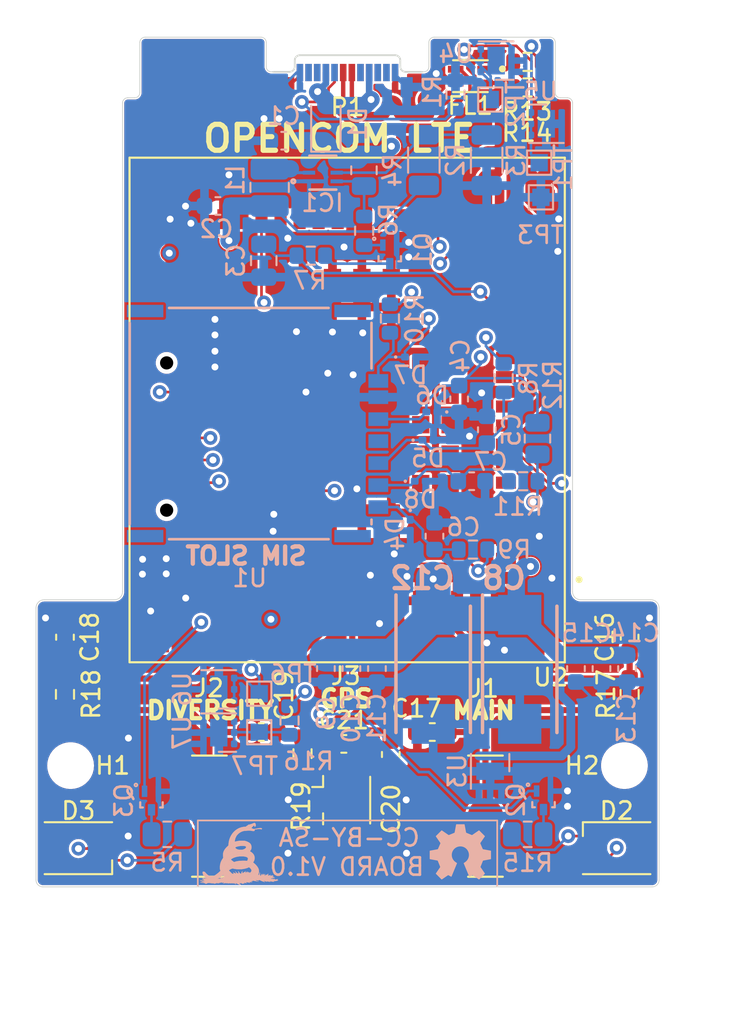
<source format=kicad_pcb>
(kicad_pcb (version 20221018) (generator pcbnew)

  (general
    (thickness 0.8)
  )

  (paper "A4")
  (title_block
    (title "openCom LTE")
    (rev "v1.0")
    (company "Liberated Embedded Systems")
    (comment 1 "Licensed under Creative Commons Attribution 4.0.")
    (comment 4 "https://liberatedsystems.co.uk")
  )

  (layers
    (0 "F.Cu" signal)
    (1 "In1.Cu" signal)
    (2 "In2.Cu" signal)
    (31 "B.Cu" signal)
    (32 "B.Adhes" user "B.Adhesive")
    (33 "F.Adhes" user "F.Adhesive")
    (34 "B.Paste" user)
    (35 "F.Paste" user)
    (36 "B.SilkS" user "B.Silkscreen")
    (37 "F.SilkS" user "F.Silkscreen")
    (38 "B.Mask" user)
    (39 "F.Mask" user)
    (40 "Dwgs.User" user "User.Drawings")
    (41 "Cmts.User" user "User.Comments")
    (42 "Eco1.User" user "User.Eco1")
    (43 "Eco2.User" user "User.Eco2")
    (44 "Edge.Cuts" user)
    (45 "Margin" user)
    (46 "B.CrtYd" user "B.Courtyard")
    (47 "F.CrtYd" user "F.Courtyard")
    (48 "B.Fab" user)
    (49 "F.Fab" user)
    (50 "User.1" user)
    (51 "User.2" user)
    (52 "User.3" user)
    (53 "User.4" user)
    (54 "User.5" user)
    (55 "User.6" user)
    (56 "User.7" user)
    (57 "User.8" user)
    (58 "User.9" user)
  )

  (setup
    (stackup
      (layer "F.SilkS" (type "Top Silk Screen"))
      (layer "F.Paste" (type "Top Solder Paste"))
      (layer "F.Mask" (type "Top Solder Mask") (thickness 0.01))
      (layer "F.Cu" (type "copper") (thickness 0.035))
      (layer "dielectric 1" (type "prepreg") (thickness 0.1) (material "FR4") (epsilon_r 4.5) (loss_tangent 0.02))
      (layer "In1.Cu" (type "copper") (thickness 0.035))
      (layer "dielectric 2" (type "core") (thickness 0.44) (material "FR4") (epsilon_r 4.5) (loss_tangent 0.02))
      (layer "In2.Cu" (type "copper") (thickness 0.035))
      (layer "dielectric 3" (type "prepreg") (thickness 0.1) (material "FR4") (epsilon_r 4.5) (loss_tangent 0.02))
      (layer "B.Cu" (type "copper") (thickness 0.035))
      (layer "B.Mask" (type "Bottom Solder Mask") (thickness 0.01))
      (layer "B.Paste" (type "Bottom Solder Paste"))
      (layer "B.SilkS" (type "Bottom Silk Screen"))
      (copper_finish "None")
      (dielectric_constraints no)
    )
    (pad_to_mask_clearance 0)
    (pcbplotparams
      (layerselection 0x00010fc_ffffffff)
      (plot_on_all_layers_selection 0x0000000_00000000)
      (disableapertmacros false)
      (usegerberextensions false)
      (usegerberattributes true)
      (usegerberadvancedattributes true)
      (creategerberjobfile true)
      (dashed_line_dash_ratio 12.000000)
      (dashed_line_gap_ratio 3.000000)
      (svgprecision 4)
      (plotframeref false)
      (viasonmask false)
      (mode 1)
      (useauxorigin false)
      (hpglpennumber 1)
      (hpglpenspeed 20)
      (hpglpendiameter 15.000000)
      (dxfpolygonmode true)
      (dxfimperialunits true)
      (dxfusepcbnewfont true)
      (psnegative false)
      (psa4output false)
      (plotreference true)
      (plotvalue true)
      (plotinvisibletext false)
      (sketchpadsonfab false)
      (subtractmaskfromsilk false)
      (outputformat 1)
      (mirror false)
      (drillshape 0)
      (scaleselection 1)
      (outputdirectory "gen/")
    )
  )

  (net 0 "")
  (net 1 "VBUS")
  (net 2 "GND")
  (net 3 "+3V8")
  (net 4 "/POWER_GOOD")
  (net 5 "/USIM_PRESENCE")
  (net 6 "/ANT_MAIN")
  (net 7 "/ANT_DIV")
  (net 8 "/ANT_GNSS")
  (net 9 "Net-(J3-In)")
  (net 10 "Net-(D1-A)")
  (net 11 "Net-(D2-K)")
  (net 12 "Net-(D3-K)")
  (net 13 "/USB_D+")
  (net 14 "/USB_D-")
  (net 15 "Net-(IC1-SW)")
  (net 16 "Net-(IC1-FB)")
  (net 17 "Net-(IC1-PG)")
  (net 18 "Net-(P1-CC)")
  (net 19 "unconnected-(P1-VCONN-PadB5)")
  (net 20 "Net-(Q1-B)")
  (net 21 "Net-(Q1-C)")
  (net 22 "/NETLIGHT")
  (net 23 "Net-(Q2-C)")
  (net 24 "/STATUS")
  (net 25 "Net-(Q3-C)")
  (net 26 "/USIM_RST")
  (net 27 "/USIM_CLK")
  (net 28 "/VDD_EXT")
  (net 29 "/USIM_DATA")
  (net 30 "Net-(R13-Pad1)")
  (net 31 "Net-(R14-Pad1)")
  (net 32 "Net-(R16-Pad2)")
  (net 33 "Net-(U2-USB_BOOT)")
  (net 34 "unconnected-(U1-VPP-PadC6)")
  (net 35 "unconnected-(U2-RESET_N-Pad17)")
  (net 36 "unconnected-(U2-PCM_DOUT-Pad7)")
  (net 37 "unconnected-(U2-PCM_DIN-Pad6)")
  (net 38 "unconnected-(U2-PCM_SYNC-Pad5)")
  (net 39 "unconnected-(U2-PCM_CLK-Pad4)")
  (net 40 "unconnected-(U2-RI-Pad39)")
  (net 41 "unconnected-(U2-DCD-Pad38)")
  (net 42 "unconnected-(U2-RTS-Pad37)")
  (net 43 "unconnected-(U2-CTS-Pad36)")
  (net 44 "unconnected-(U2-TXD-Pad35)")
  (net 45 "unconnected-(U2-RXD-Pad34)")
  (net 46 "unconnected-(U2-I2C_SCL-Pad40)")
  (net 47 "unconnected-(U2-I2C_SDA-Pad41)")
  (net 48 "unconnected-(U2-ADC0-Pad24)")
  (net 49 "unconnected-(U2-AP_READY-Pad19)")
  (net 50 "unconnected-(U2-DTR-Pad30)")
  (net 51 "unconnected-(U2-SPI_MISO-Pad28)")
  (net 52 "unconnected-(U2-SPI_MOSI-Pad27)")
  (net 53 "unconnected-(U2-SPI_CLK-Pad26)")
  (net 54 "unconnected-(U2-USIM2_RST-Pad85)")
  (net 55 "unconnected-(U2-USIM2_CLK-Pad84)")
  (net 56 "unconnected-(U2-USIM2_PRESENCE-Pad83)")
  (net 57 "unconnected-(U2-USIM2_DATA-Pad86)")
  (net 58 "unconnected-(U2-USIM2_VDD-Pad87)")
  (net 59 "/USIM_VDD")
  (net 60 "Net-(U1-RST)")
  (net 61 "Net-(U1-CLK)")
  (net 62 "Net-(U1-I{slash}O)")
  (net 63 "Net-(C17-Pad1)")
  (net 64 "Net-(C19-Pad1)")
  (net 65 "/USBC_D+")
  (net 66 "/USBC_D-")
  (net 67 "unconnected-(U2-RESERVED-Pad18)")
  (net 68 "unconnected-(U2-DBG_RXD-Pad22)")
  (net 69 "unconnected-(U2-DBG_TXD-Pad23)")

  (footprint "CONSMA002-SMD:LINX_CONSMA002-SMD" (layer "F.Cu") (at 151.72 142.15))

  (footprint "Resistor_SMD:R_0603_1608Metric" (layer "F.Cu") (at 154.15 98.575 180))

  (footprint "Resistor_SMD:R_0603_1608Metric_Pad0.98x0.95mm_HandSolder" (layer "F.Cu") (at 160.05 135.1125 -90))

  (footprint "LED_SMD:LED_Cree-PLCC4_3.2x2.8mm_CCW" (layer "F.Cu") (at 128.2 144 180))

  (footprint "Capacitor_SMD:C_0603_1608Metric_Pad1.08x0.95mm_HandSolder" (layer "F.Cu") (at 146.25 138.5875 -90))

  (footprint "Resistor_SMD:R_0603_1608Metric_Pad0.98x0.95mm_HandSolder" (layer "F.Cu") (at 141.15 138.5375 -90))

  (footprint "Connector_USB:USB_C_Plug_Molex_105444" (layer "F.Cu") (at 143.75 99.15))

  (footprint "MountingHole:MountingHole_2.2mm_M2" (layer "F.Cu") (at 159.75 139.23))

  (footprint "LED_SMD:LED_Cree-PLCC4_3.2x2.8mm_CCW" (layer "F.Cu") (at 159.3 144))

  (footprint "CONSMA002-SMD:LINX_CONSMA002-SMD" (layer "F.Cu") (at 135.77 142.15))

  (footprint "Capacitor_SMD:C_0603_1608Metric_Pad1.08x0.95mm_HandSolder" (layer "F.Cu") (at 160.05 131.8125 90))

  (footprint "Capacitor_SMD:C_0603_1608Metric_Pad1.08x0.95mm_HandSolder" (layer "F.Cu") (at 138.7675 137.29))

  (footprint "Capacitor_SMD:C_0603_1608Metric_Pad1.08x0.95mm_HandSolder" (layer "F.Cu") (at 127.425 131.8125 90))

  (footprint "Capacitor_SMD:C_0603_1608Metric_Pad1.08x0.95mm_HandSolder" (layer "F.Cu") (at 148.6475 137.29 180))

  (footprint "Capacitor_SMD:C_0603_1608Metric_Pad1.08x0.95mm_HandSolder" (layer "F.Cu") (at 143.5375 137.975))

  (footprint "Resistor_SMD:R_0603_1608Metric_Pad0.98x0.95mm_HandSolder" (layer "F.Cu") (at 127.425 135.1125 -90))

  (footprint "MountingHole:MountingHole_2.2mm_M2" (layer "F.Cu") (at 127.75 139.23))

  (footprint "Resistor_SMD:R_0603_1608Metric" (layer "F.Cu") (at 154.15 100.05 180))

  (footprint "DLW21SN900SQ2L:FIL_DLW21SN900SQ2L" (layer "F.Cu") (at 150.85 99.4 180))

  (footprint "EG95:XCVR_EG95" (layer "F.Cu")
    (tstamp f851ed5b-4e23-405b-b1aa-e8d65dde7576)
    (at 143.73 118.685 180)
    (property "MANUFACTURER" "Quectel")
    (property "MAXIMUM_PACKAGE_HEIGHT" "2.5mm")
    (property "PARTREV" "1.5")
    (property "STANDARD" "Manufacturer Recommendations")
    (property "Sheetfile" "opencom-lte.kicad_sch")
    (property "Sheetname" "")
    (path "/e6a6b14f-fc94-4e9b-b34c-71e0e50cdc39")
    (attr smd)
    (fp_text reference "U2" (at -11.76 -15.445) (layer "F.SilkS")
        (effects (font (size 1 1) (thickness 0.153)))
      (tstamp 1d464947-5842-4187-a9bd-c30a4e55b624)
    )
    (fp_text value "EG95" (at -12.635 15.715) (layer "F.Fab")
        (effects (font (size 1 1) (thickness 0.15)))
      (tstamp 7b80973e-b338-4301-a0a8-35a68cefc798)
    )
    (fp_circle (center -5.95 -4.25) (end -5.478 -4.25)
      (stroke (width 0) (type solid)) (fill solid) (layer "F.Paste") (tstamp 67d3b74d-81a9-43e5-82a0-a58ecb94a205))
    (fp_circle (center -5.95 -2.55) (end -5.478 -2.55)
      (stroke (width 0) (type solid)) (fill solid) (layer "F.Paste") (tstamp 12d7749c-79c9-41a7-b0f5-19f3bfe17632))
    (fp_circle (center -5.95 -0.85) (end -5.478 -0.85)
      (stroke (width 0) (type solid)) (fill solid) (layer "F.Paste") (tstamp 4e384b70-bee1-4f3c-923a-35ca47ab2658))
    (fp_circle (center -5.95 0.85) (end -5.478 0.85)
      (stroke (width 0) (type solid)) (fill solid) (layer "F.Paste") (tstamp 6d05fc8f-1146-4558-87f4-124d02db3765))
    (fp_circle (center -5.95 2.55) (end -5.478 2.55)
      (stroke (width 0) (type solid)) (fill solid) (layer "F.Paste") (tstamp 357ed333-a131-4460-9f03-f99d16791163))
    (fp_circle (center -5.95 4.25) (end -5.478 4.25)
      (stroke (width 0) (type solid)) (fill solid) (layer "F.Paste") (tstamp 63f94867-3c9e-4667-930a-fee0f1e2ebe2))
    (fp_circle (center -4.25 -4.25) (end -3.778 -4.25)
      (stroke (width 0) (type solid)) (fill solid) (layer "F.Paste") (tstamp 13cc66c6-7510-4e83-a694-d08949b734e5))
    (fp_circle (center -4.25 -2.55) (end -3.778 -2.55)
      (stroke (width 0) (type solid)) (fill solid) (layer "F.Paste") (tstamp 8c7a9cf3-ddbd-4b7c-bebc-49031a5e6d73))
    (fp_circle (center -4.25 -0.85) (end -3.778 -0.85)
      (stroke (width 0) (type solid)) (fill solid) (layer "F.Paste") (tstamp 3d9d3b4e-af9b-4dbc-9336-c29b3746faba))
    (fp_circle (center -4.25 0.85) (end -3.778 0.85)
      (stroke (width 0) (type solid)) (fill solid) (layer "F.Paste") (tstamp 690ddcd6-4d8e-42c0-ad75-ff9db3797b01))
    (fp_circle (center -4.25 2.55) (end -3.778 2.55)
      (stroke (width 0) (type solid)) (fill solid) (layer "F.Paste") (tstamp 75b36f97-51b2-4f40-b557-750c42c33062))
    (fp_circle (center -4.25 4.25) (end -3.778 4.25)
      (stroke (width 0) (type solid)) (fill solid) (layer "F.Paste") (tstamp 4e758d36-1513-487c-9267-fc087fa18d60))
    (fp_circle (center -2.55 -7.65) (end -2.078 -7.65)
      (stroke (width 0) (type solid)) (fill solid) (layer "F.Paste") (tstamp 3633692c-49f1-42ca-94b0-b891b5a33b8a))
    (fp_circle (center -2.55 -5.95) (end -2.078 -5.95)
      (stroke (width 0) (type solid)) (fill solid) (layer "F.Paste") (tstamp daf7962a-2a44-472f-b9c9-8c84ea1849f8))
    (fp_circle (center -2.55 5.95) (end -2.078 5.95)
      (stroke (width 0) (type solid)) (fill solid) (layer "F.Paste") (tstamp 32fabbac-dc5d-4778-92ac-b5c62bce09fe))
    (fp_circle (center -2.55 7.65) (end -2.078 7.65)
      (stroke (width 0) (type solid)) (fill solid) (layer "F.Paste") (tstamp b9df1aa6-a689-4293-8753-7c59f8230178))
    (fp_circle (center -0.85 -7.65) (end -0.378 -7.65)
      (stroke (width 0) (type solid)) (fill solid) (layer "F.Paste") (tstamp 4d0be172-5136-470d-b73a-7a8cb51ed73c))
    (fp_circle (center -0.85 -5.95) (end -0.378 -5.95)
      (stroke (width 0) (type solid)) (fill solid) (layer "F.Paste") (tstamp e9ad7bc7-db7f-41e8-8090-37c9b439c87a))
    (fp_circle (center -0.85 5.95) (end -0.378 5.95)
      (stroke (width 0) (type solid)) (fill solid) (layer "F.Paste") (tstamp 4a30cd4e-e496-41e4-82a6-3686d3ecb188))
    (fp_circle (center -0.85 7.65) (end -0.378 7.65)
      (stroke (width 0) (type solid)) (fill solid) (layer "F.Paste") (tstamp 55b8e7ce-c026-444a-87d3-c25fb53b51c9))
    (fp_circle (center 0.85 -7.65) (end 1.322 -7.65)
      (stroke (width 0) (type solid)) (fill solid) (layer "F.Paste") (tstamp 32b20396-c9b0-4873-b9ba-fa2c66fc98d1))
    (fp_circle (center 0.85 -5.95) (end 1.322 -5.95)
      (stroke (width 0) (type solid)) (fill solid) (layer "F.Paste") (tstamp e03b0b90-06f2-4e0d-a234-628bf843efeb))
    (fp_circle (center 0.85 5.95) (end 1.322 5.95)
      (stroke (width 0) (type solid)) (fill solid) (layer "F.Paste") (tstamp 117ba3fd-2c95-455c-a1fb-79870f2b7c3e))
    (fp_circle (center 0.85 7.65) (end 1.322 7.65)
      (stroke (width 0) (type solid)) (fill solid) (layer "F.Paste") (tstamp 9cebe8bb-5944-4532-84f3-4db69cb5a267))
    (fp_circle (center 2.55 -7.65) (end 3.022 -7.65)
      (stroke (width 0) (type solid)) (fill solid) (layer "F.Paste") (tstamp 4591d32e-0bfd-40f2-a436-d8c4a8df7b9c))
    (fp_circle (center 2.55 -5.95) (end 3.022 -5.95)
      (stroke (width 0) (type solid)) (fill solid) (layer "F.Paste") (tstamp 27feb6eb-48a0-44e1-945e-be4be8aa40cb))
    (fp_circle (center 2.55 5.95) (end 3.022 5.95)
      (stroke (width 0) (type solid)) (fill solid) (layer "F.Paste") (tstamp d0d20436-b778-4fa3-9675-56b791c3d56f))
    (fp_circle (center 2.55 7.65) (end 3.022 7.65)
      (stroke (width 0) (type solid)) (fill solid) (layer "F.Paste") (tstamp defa867d-6b76-49c8-bb58-cf6b459a29a2))
    (fp_circle (center 4.25 -4.25) (end 4.722 -4.25)
      (stroke (width 0) (type solid)) (fill solid) (layer "F.Paste") (tstamp 025de2ef-81a6-402c-bdfe-0f3340f36076))
    (fp_circle (center 4.25 -2.55) (end 4.722 -2.55)
      (stroke (width 0) (type solid)) (fill solid) (layer "F.Paste") (tstamp 920f3030-f3a9-49d9-98b1-ba1e7a6cde5b))
    (fp_circle (center 4.25 -0.85) (end 4.722 -0.85)
      (stroke (width 0) (type solid)) (fill solid) (layer "F.Paste") (tstamp cf2d715c-b57e-4e29-b1b7-62efa84a9561))
    (fp_circle (center 4.25 0.85) (end 4.722 0.85)
      (stroke (width 0) (type solid)) (fill solid) (layer "F.Paste") (tstamp ca71414b-1dcf-458c-9ec7-99f7644ea8d3))
    (fp_circle (center 4.25 2.55) (end 4.722 2.55)
      (stroke (width 0) (type solid)) (fill solid) (layer "F.Paste") (tstamp c74df507-238b-4f61-b908-673a0ad914c0))
    (fp_circle (center 4.25 4.25) (end 4.722 4.25)
      (stroke (width 0) (type solid)) (fill solid) (layer "F.Paste") (tstamp 89941a95-52f2-4f01-b5ae-ea2ee97dc086))
    (fp_circle (center 5.95 -4.25) (end 6.422 -4.25)
      (stroke (width 0) (type solid)) (fill solid) (layer "F.Paste") (tstamp 464d7fed-1c31-488c-ad54-5f06dec5a552))
    (fp_circle (center 5.95 -2.55) (end 6.422 -2.55)
      (stroke (width 0) (type solid)) (fill solid) (layer "F.Paste") (tstamp 7989918b-1f57-4399-89ef-f58e0c36eb2c))
    (fp_circle (center 5.95 -0.85) (end 6.422 -0.85)
      (stroke (width 0) (type solid)) (fill solid) (layer "F.Paste") (tstamp 338601a2-47bf-49f9-ba85-32e5a710140d))
    (fp_circle (center 5.95 0.85) (end 6.422 0.85)
      (stroke (width 0) (type solid)) (fill solid) (layer "F.Paste") (tstamp 12da4203-b063-4a2b-968e-3657dc112560))
    (fp_circle (center 5.95 2.55) (end 6.422 2.55)
      (stroke (width 0) (type solid)) (fill solid) (layer "F.Paste") (tstamp 7f6528a6-3a92-4aca-ba64-fc076fca4400))
    (fp_circle (center 5.95 4.25) (end 6.422 4.25)
      (stroke (width 0) (type solid)) (fill solid) (layer "F.Paste") (tstamp faf3a879-e27f-4ff1-b81f-1530938d56fc))
    (fp_poly
      (pts
        (xy -11.66 -13.66)
        (xy -10.64 -13.66)
        (xy -10.64 -12.64)
        (xy -11.66 -12.64)
      )

      (stroke (width 0.01) (type solid)) (fill solid) (layer "F.Paste") (tstamp a4cf9f7c-fc80-4a6e-8aed-8618a06b9c70))
    (fp_poly
      (pts
        (xy -10.54 13.56)
        (xy -10.78 13.56)
        (xy -11.56 12.78)
        (xy -11.56 12.54)
        (xy -10.54 12.54)
      )

      (stroke (width 0.0001) (type solid)) (fill solid) (layer "F.Paste") (tstamp 36e8bdf4-fab0-480a-ae07-fd85752c3d27))
    (fp_poly
      (pts
        (xy -10.54 13.56)
        (xy -10.78 13.56)
        (xy -11.56 12.78)
        (xy -11.56 12.54)
        (xy -10.54 12.54)
      )

      (stroke (width 0.0001) (type solid)) (fill solid) (layer "F.Paste") (tstamp fb33d6b7-c026-42c4-b8ab-e0e13b2d656e))
    (fp_poly
      (pts
        (xy 10.54 -13.56)
        (xy 10.78 -13.56)
        (xy 11.56 -12.78)
        (xy 11.56 -12.54)
        (xy 10.54 -12.54)
      )

      (stroke (width 0.0001) (type solid)) (fill solid) (layer "F.Paste") (tstamp 74c62a22-a856-4ac7-bb7a-1febdc12e728))
    (fp_poly
      (pts
        (xy 10.54 13.56)
        (xy 10.78 13.56)
        (xy 11.56 12.78)
        (xy 11.56 12.54)
        (xy 10.54 12.54)
      )

      (stroke (width 0.0001) (type solid)) (fill solid) (layer "F.Paste") (tstamp c4360858-c8a5-42dc-836e-f31e91c33908))
    (fp_poly
      (pts
        (xy -9.525 -9.98)
        (xy -8.825 -9.98)
        (xy -8.819 -9.98)
        (xy -8.814 -9.979)
        (xy -8.808 -9.979)
        (xy -8.802 -9.978)
        (xy -8.797 -9.976)
        (xy -8.791 -9.975)
        (xy -8.786 -9.973)
        (xy -8.78 -9.97)
        (xy -8.775 -9.968)
        (xy -8.77 -9.965)
        (xy -8.765 -9.962)
        (xy -8.76 -9.959)
        (xy -8.756 -9.955)
        (xy -8.751 -9.952)
        (xy -8.747 -9.948)
        (xy -8.743 -9.944)
        (xy -8.74 -9.939)
        (xy -8.736 -9.935)
        (xy -8.733 -9.93)
        (xy -8.73 -9.925)
        (xy -8.727 -9.92)
        (xy -8.725 -9.915)
        (xy -8.722 -9.909)
        (xy -8.72 -9.904)
        (xy -8.719 -9.898)
        (xy -8.717 -9.893)
        (xy -8.716 -9.887)
        (xy -8.716 -9.881)
        (xy -8.715 -9.876)
        (xy -8.715 -9.87)
        (xy -8.715 -9.53)
        (xy -8.715 -9.524)
        (xy -8.716 -9.519)
        (xy -8.716 -9.513)
        (xy -8.717 -9.507)
        (xy -8.719 -9.502)
        (xy -8.72 -9.496)
        (xy -8.722 -9.491)
        (xy -8.725 -9.485)
        (xy -8.727 -9.48)
        (xy -8.73 -9.475)
        (xy -8.733 -9.47)
        (xy -8.736 -9.465)
        (xy -8.74 -9.461)
        (xy -8.743 -9.456)
        (xy -8.747 -9.452)
        (xy -8.751 -9.448)
        (xy -8.756 -9.445)
        (xy -8.76 -9.441)
        (xy -8.765 -9.438)
        (xy -8.77 -9.435)
        (xy -8.775 -9.432)
        (xy -8.78 -9.43)
        (xy -8.786 -9.427)
        (xy -8.791 -9.425)
        (xy -8.797 -9.424)
        (xy -8.802 -9.422)
        (xy -8.808 -9.421)
        (xy -8.814 -9.421)
        (xy -8.819 -9.42)
        (xy -8.825 -9.42)
        (xy -9.525 -9.42)
        (xy -9.531 -9.42)
        (xy -9.536 -9.421)
        (xy -9.542 -9.421)
        (xy -9.548 -9.422)
        (xy -9.553 -9.424)
        (xy -9.559 -9.425)
        (xy -9.564 -9.427)
        (xy -9.57 -9.43)
        (xy -9.575 -9.432)
        (xy -9.58 -9.435)
        (xy -9.585 -9.438)
        (xy -9.59 -9.441)
        (xy -9.594 -9.445)
        (xy -9.599 -9.448)
        (xy -9.603 -9.452)
        (xy -9.607 -9.456)
        (xy -9.61 -9.461)
        (xy -9.614 -9.465)
        (xy -9.617 -9.47)
        (xy -9.62 -9.475)
        (xy -9.623 -9.48)
        (xy -9.625 -9.485)
        (xy -9.628 -9.491)
        (xy -9.63 -9.496)
        (xy -9.631 -9.502)
        (xy -9.633 -9.507)
        (xy -9.634 -9.513)
        (xy -9.634 -9.519)
        (xy -9.635 -9.524)
        (xy -9.635 -9.53)
        (xy -9.635 -9.87)
        (xy -9.635 -9.876)
        (xy -9.634 -9.881)
        (xy -9.634 -9.887)
        (xy -9.633 -9.893)
        (xy -9.631 -9.898)
        (xy -9.63 -9.904)
        (xy -9.628 -9.909)
        (xy -9.625 -9.915)
        (xy -9.623 -9.92)
        (xy -9.62 -9.925)
        (xy -9.617 -9.93)
        (xy -9.614 -9.935)
        (xy -9.61 -9.939)
        (xy -9.607 -9.944)
        (xy -9.603 -9.948)
        (xy -9.599 -9.952)
        (xy -9.594 -9.955)
        (xy -9.59 -9.959)
        (xy -9.585 -9.962)
        (xy -9.58 -9.965)
        (xy -9.575 -9.968)
        (xy -9.57 -9.97)
        (xy -9.564 -9.973)
        (xy -9.559 -9.975)
        (xy -9.553 -9.976)
        (xy -9.548 -9.978)
        (xy -9.542 -9.979)
        (xy -9.536 -9.979)
        (xy -9.531 -9.98)
        (xy -9.525 -9.98)
      )

      (stroke (width 0.0001) (type solid)) (fill solid) (layer "F.Paste") (tstamp 381fb920-c57b-4d2c-bff1-181bec3e7f23))
    (fp_poly
      (pts
        (xy -9.525 -8.88)
        (xy -8.825 -8.88)
        (xy -8.819 -8.88)
        (xy -8.814 -8.879)
        (xy -8.808 -8.879)
        (xy -8.802 -8.878)
        (xy -8.797 -8.876)
        (xy -8.791 -8.875)
        (xy -8.786 -8.873)
        (xy -8.78 -8.87)
        (xy -8.775 -8.868)
        (xy -8.77 -8.865)
        (xy -8.765 -8.862)
        (xy -8.76 -8.859)
        (xy -8.756 -8.855)
        (xy -8.751 -8.852)
        (xy -8.747 -8.848)
        (xy -8.743 -8.844)
        (xy -8.74 -8.839)
        (xy -8.736 -8.835)
        (xy -8.733 -8.83)
        (xy -8.73 -8.825)
        (xy -8.727 -8.82)
        (xy -8.725 -8.815)
        (xy -8.722 -8.809)
        (xy -8.72 -8.804)
        (xy -8.719 -8.798)
        (xy -8.717 -8.793)
        (xy -8.716 -8.787)
        (xy -8.716 -8.781)
        (xy -8.715 -8.776)
        (xy -8.715 -8.77)
        (xy -8.715 -8.43)
        (xy -8.715 -8.424)
        (xy -8.716 -8.419)
        (xy -8.716 -8.413)
        (xy -8.717 -8.407)
        (xy -8.719 -8.402)
        (xy -8.72 -8.396)
        (xy -8.722 -8.391)
        (xy -8.725 -8.385)
        (xy -8.727 -8.38)
        (xy -8.73 -8.375)
        (xy -8.733 -8.37)
        (xy -8.736 -8.365)
        (xy -8.74 -8.361)
        (xy -8.743 -8.356)
        (xy -8.747 -8.352)
        (xy -8.751 -8.348)
        (xy -8.756 -8.345)
        (xy -8.76 -8.341)
        (xy -8.765 -8.338)
        (xy -8.77 -8.335)
        (xy -8.775 -8.332)
        (xy -8.78 -8.33)
        (xy -8.786 -8.327)
        (xy -8.791 -8.325)
        (xy -8.797 -8.324)
        (xy -8.802 -8.322)
        (xy -8.808 -8.321)
        (xy -8.814 -8.321)
        (xy -8.819 -8.32)
        (xy -8.825 -8.32)
        (xy -9.525 -8.32)
        (xy -9.531 -8.32)
        (xy -9.536 -8.321)
        (xy -9.542 -8.321)
        (xy -9.548 -8.322)
        (xy -9.553 -8.324)
        (xy -9.559 -8.325)
        (xy -9.564 -8.327)
        (xy -9.57 -8.33)
        (xy -9.575 -8.332)
        (xy -9.58 -8.335)
        (xy -9.585 -8.338)
        (xy -9.59 -8.341)
        (xy -9.594 -8.345)
        (xy -9.599 -8.348)
        (xy -9.603 -8.352)
        (xy -9.607 -8.356)
        (xy -9.61 -8.361)
        (xy -9.614 -8.365)
        (xy -9.617 -8.37)
        (xy -9.62 -8.375)
        (xy -9.623 -8.38)
        (xy -9.625 -8.385)
        (xy -9.628 -8.391)
        (xy -9.63 -8.396)
        (xy -9.631 -8.402)
        (xy -9.633 -8.407)
        (xy -9.634 -8.413)
        (xy -9.634 -8.419)
        (xy -9.635 -8.424)
        (xy -9.635 -8.43)
        (xy -9.635 -8.77)
        (xy -9.635 -8.776)
        (xy -9.634 -8.781)
        (xy -9.634 -8.787)
        (xy -9.633 -8.793)
        (xy -9.631 -8.798)
        (xy -9.63 -8.804)
        (xy -9.628 -8.809)
        (xy -9.625 -8.815)
        (xy -9.623 -8.82)
        (xy -9.62 -8.825)
        (xy -9.617 -8.83)
        (xy -9.614 -8.835)
        (xy -9.61 -8.839)
        (xy -9.607 -8.844)
        (xy -9.603 -8.848)
        (xy -9.599 -8.852)
        (xy -9.594 -8.855)
        (xy -9.59 -8.859)
        (xy -9.585 -8.862)
        (xy -9.58 -8.865)
        (xy -9.575 -8.868)
        (xy -9.57 -8.87)
        (xy -9.564 -8.873)
        (xy -9.559 -8.875)
        (xy -9.553 -8.876)
        (xy -9.548 -8.878)
        (xy -9.542 -8.879)
        (xy -9.536 -8.879)
        (xy -9.531 -8.88)
        (xy -9.525 -8.88)
      )

      (stroke (width 0.0001) (type solid)) (fill solid) (layer "F.Paste") (tstamp 15a79106-df97-4493-8a49-601ca5566463))
    (fp_poly
      (pts
        (xy -9.525 -7.78)
        (xy -8.825 -7.78)
        (xy -8.819 -7.78)
        (xy -8.814 -7.779)
        (xy -8.808 -7.779)
        (xy -8.802 -7.778)
        (xy -8.797 -7.776)
        (xy -8.791 -7.775)
        (xy -8.786 -7.773)
        (xy -8.78 -7.77)
        (xy -8.775 -7.768)
        (xy -8.77 -7.765)
        (xy -8.765 -7.762)
        (xy -8.76 -7.759)
        (xy -8.756 -7.755)
        (xy -8.751 -7.752)
        (xy -8.747 -7.748)
        (xy -8.743 -7.744)
        (xy -8.74 -7.739)
        (xy -8.736 -7.735)
        (xy -8.733 -7.73)
        (xy -8.73 -7.725)
        (xy -8.727 -7.72)
        (xy -8.725 -7.715)
        (xy -8.722 -7.709)
        (xy -8.72 -7.704)
        (xy -8.719 -7.698)
        (xy -8.717 -7.693)
        (xy -8.716 -7.687)
        (xy -8.716 -7.681)
        (xy -8.715 -7.676)
        (xy -8.715 -7.67)
        (xy -8.715 -7.33)
        (xy -8.715 -7.324)
        (xy -8.716 -7.319)
        (xy -8.716 -7.313)
        (xy -8.717 -7.307)
        (xy -8.719 -7.302)
        (xy -8.72 -7.296)
        (xy -8.722 -7.291)
        (xy -8.725 -7.285)
        (xy -8.727 -7.28)
        (xy -8.73 -7.275)
        (xy -8.733 -7.27)
        (xy -8.736 -7.265)
        (xy -8.74 -7.261)
        (xy -8.743 -7.256)
        (xy -8.747 -7.252)
        (xy -8.751 -7.248)
        (xy -8.756 -7.245)
        (xy -8.76 -7.241)
        (xy -8.765 -7.238)
        (xy -8.77 -7.235)
        (xy -8.775 -7.232)
        (xy -8.78 -7.23)
        (xy -8.786 -7.227)
        (xy -8.791 -7.225)
        (xy -8.797 -7.224)
        (xy -8.802 -7.222)
        (xy -8.808 -7.221)
        (xy -8.814 -7.221)
        (xy -8.819 -7.22)
        (xy -8.825 -7.22)
        (xy -9.525 -7.22)
        (xy -9.531 -7.22)
        (xy -9.536 -7.221)
        (xy -9.542 -7.221)
        (xy -9.548 -7.222)
        (xy -9.553 -7.224)
        (xy -9.559 -7.225)
        (xy -9.564 -7.227)
        (xy -9.57 -7.23)
        (xy -9.575 -7.232)
        (xy -9.58 -7.235)
        (xy -9.585 -7.238)
        (xy -9.59 -7.241)
        (xy -9.594 -7.245)
        (xy -9.599 -7.248)
        (xy -9.603 -7.252)
        (xy -9.607 -7.256)
        (xy -9.61 -7.261)
        (xy -9.614 -7.265)
        (xy -9.617 -7.27)
        (xy -9.62 -7.275)
        (xy -9.623 -7.28)
        (xy -9.625 -7.285)
        (xy -9.628 -7.291)
        (xy -9.63 -7.296)
        (xy -9.631 -7.302)
        (xy -9.633 -7.307)
        (xy -9.634 -7.313)
        (xy -9.634 -7.319)
        (xy -9.635 -7.324)
        (xy -9.635 -7.33)
        (xy -9.635 -7.67)
        (xy -9.635 -7.676)
        (xy -9.634 -7.681)
        (xy -9.634 -7.687)
        (xy -9.633 -7.693)
        (xy -9.631 -7.698)
        (xy -9.63 -7.704)
        (xy -9.628 -7.709)
        (xy -9.625 -7.715)
        (xy -9.623 -7.72)
        (xy -9.62 -7.725)
        (xy -9.617 -7.73)
        (xy -9.614 -7.735)
        (xy -9.61 -7.739)
        (xy -9.607 -7.744)
        (xy -9.603 -7.748)
        (xy -9.599 -7.752)
        (xy -9.594 -7.755)
        (xy -9.59 -7.759)
        (xy -9.585 -7.762)
        (xy -9.58 -7.765)
        (xy -9.575 -7.768)
        (xy -9.57 -7.77)
        (xy -9.564 -7.773)
        (xy -9.559 -7.775)
        (xy -9.553 -7.776)
        (xy -9.548 -7.778)
        (xy -9.542 -7.779)
        (xy -9.536 -7.779)
        (xy -9.531 -7.78)
        (xy -9.525 -7.78)
      )

      (stroke (width 0.0001) (type solid)) (fill solid) (layer "F.Paste") (tstamp 0c575af3-6ed1-46a3-bfde-38643bb7e524))
    (fp_poly
      (pts
        (xy -9.525 -6.68)
        (xy -8.825 -6.68)
        (xy -8.819 -6.68)
        (xy -8.814 -6.679)
        (xy -8.808 -6.679)
        (xy -8.802 -6.678)
        (xy -8.797 -6.676)
        (xy -8.791 -6.675)
        (xy -8.786 -6.673)
        (xy -8.78 -6.67)
        (xy -8.775 -6.668)
        (xy -8.77 -6.665)
        (xy -8.765 -6.662)
        (xy -8.76 -6.659)
        (xy -8.756 -6.655)
        (xy -8.751 -6.652)
        (xy -8.747 -6.648)
        (xy -8.743 -6.644)
        (xy -8.74 -6.639)
        (xy -8.736 -6.635)
        (xy -8.733 -6.63)
        (xy -8.73 -6.625)
        (xy -8.727 -6.62)
        (xy -8.725 -6.615)
        (xy -8.722 -6.609)
        (xy -8.72 -6.604)
        (xy -8.719 -6.598)
        (xy -8.717 -6.593)
        (xy -8.716 -6.587)
        (xy -8.716 -6.581)
        (xy -8.715 -6.576)
        (xy -8.715 -6.57)
        (xy -8.715 -6.23)
        (xy -8.715 -6.224)
        (xy -8.716 -6.219)
        (xy -8.716 -6.213)
        (xy -8.717 -6.207)
        (xy -8.719 -6.202)
        (xy -8.72 -6.196)
        (xy -8.722 -6.191)
        (xy -8.725 -6.185)
        (xy -8.727 -6.18)
        (xy -8.73 -6.175)
        (xy -8.733 -6.17)
        (xy -8.736 -6.165)
        (xy -8.74 -6.161)
        (xy -8.743 -6.156)
        (xy -8.747 -6.152)
        (xy -8.751 -6.148)
        (xy -8.756 -6.145)
        (xy -8.76 -6.141)
        (xy -8.765 -6.138)
        (xy -8.77 -6.135)
        (xy -8.775 -6.132)
        (xy -8.78 -6.13)
        (xy -8.786 -6.127)
        (xy -8.791 -6.125)
        (xy -8.797 -6.124)
        (xy -8.802 -6.122)
        (xy -8.808 -6.121)
        (xy -8.814 -6.121)
        (xy -8.819 -6.12)
        (xy -8.825 -6.12)
        (xy -9.525 -6.12)
        (xy -9.531 -6.12)
        (xy -9.536 -6.121)
        (xy -9.542 -6.121)
        (xy -9.548 -6.122)
        (xy -9.553 -6.124)
        (xy -9.559 -6.125)
        (xy -9.564 -6.127)
        (xy -9.57 -6.13)
        (xy -9.575 -6.132)
        (xy -9.58 -6.135)
        (xy -9.585 -6.138)
        (xy -9.59 -6.141)
        (xy -9.594 -6.145)
        (xy -9.599 -6.148)
        (xy -9.603 -6.152)
        (xy -9.607 -6.156)
        (xy -9.61 -6.161)
        (xy -9.614 -6.165)
        (xy -9.617 -6.17)
        (xy -9.62 -6.175)
        (xy -9.623 -6.18)
        (xy -9.625 -6.185)
        (xy -9.628 -6.191)
        (xy -9.63 -6.196)
        (xy -9.631 -6.202)
        (xy -9.633 -6.207)
        (xy -9.634 -6.213)
        (xy -9.634 -6.219)
        (xy -9.635 -6.224)
        (xy -9.635 -6.23)
        (xy -9.635 -6.57)
        (xy -9.635 -6.576)
        (xy -9.634 -6.581)
        (xy -9.634 -6.587)
        (xy -9.633 -6.593)
        (xy -9.631 -6.598)
        (xy -9.63 -6.604)
        (xy -9.628 -6.609)
        (xy -9.625 -6.615)
        (xy -9.623 -6.62)
        (xy -9.62 -6.625)
        (xy -9.617 -6.63)
        (xy -9.614 -6.635)
        (xy -9.61 -6.639)
        (xy -9.607 -6.644)
        (xy -9.603 -6.648)
        (xy -9.599 -6.652)
        (xy -9.594 -6.655)
        (xy -9.59 -6.659)
        (xy -9.585 -6.662)
        (xy -9.58 -6.665)
        (xy -9.575 -6.668)
        (xy -9.57 -6.67)
        (xy -9.564 -6.673)
        (xy -9.559 -6.675)
        (xy -9.553 -6.676)
        (xy -9.548 -6.678)
        (xy -9.542 -6.679)
        (xy -9.536 -6.679)
        (xy -9.531 -6.68)
        (xy -9.525 -6.68)
      )

      (stroke (width 0.0001) (type solid)) (fill solid) (layer "F.Paste") (tstamp 4a9d6eca-1bec-49f3-8d4a-6444aca6165c))
    (fp_poly
      (pts
        (xy -9.525 -5.58)
        (xy -8.825 -5.58)
        (xy -8.819 -5.58)
        (xy -8.814 -5.579)
        (xy -8.808 -5.579)
        (xy -8.802 -5.578)
        (xy -8.797 -5.576)
        (xy -8.791 -5.575)
        (xy -8.786 -5.573)
        (xy -8.78 -5.57)
        (xy -8.775 -5.568)
        (xy -8.77 -5.565)
        (xy -8.765 -5.562)
        (xy -8.76 -5.559)
        (xy -8.756 -5.555)
        (xy -8.751 -5.552)
        (xy -8.747 -5.548)
        (xy -8.743 -5.544)
        (xy -8.74 -5.539)
        (xy -8.736 -5.535)
        (xy -8.733 -5.53)
        (xy -8.73 -5.525)
        (xy -8.727 -5.52)
        (xy -8.725 -5.515)
        (xy -8.722 -5.509)
        (xy -8.72 -5.504)
        (xy -8.719 -5.498)
        (xy -8.717 -5.493)
        (xy -8.716 -5.487)
        (xy -8.716 -5.481)
        (xy -8.715 -5.476)
        (xy -8.715 -5.47)
        (xy -8.715 -5.13)
        (xy -8.715 -5.124)
        (xy -8.716 -5.119)
        (xy -8.716 -5.113)
        (xy -8.717 -5.107)
        (xy -8.719 -5.102)
        (xy -8.72 -5.096)
        (xy -8.722 -5.091)
        (xy -8.725 -5.085)
        (xy -8.727 -5.08)
        (xy -8.73 -5.075)
        (xy -8.733 -5.07)
        (xy -8.736 -5.065)
        (xy -8.74 -5.061)
        (xy -8.743 -5.056)
        (xy -8.747 -5.052)
        (xy -8.751 -5.048)
        (xy -8.756 -5.045)
        (xy -8.76 -5.041)
        (xy -8.765 -5.038)
        (xy -8.77 -5.035)
        (xy -8.775 -5.032)
        (xy -8.78 -5.03)
        (xy -8.786 -5.027)
        (xy -8.791 -5.025)
        (xy -8.797 -5.024)
        (xy -8.802 -5.022)
        (xy -8.808 -5.021)
        (xy -8.814 -5.021)
        (xy -8.819 -5.02)
        (xy -8.825 -5.02)
        (xy -9.525 -5.02)
        (xy -9.531 -5.02)
        (xy -9.536 -5.021)
        (xy -9.542 -5.021)
        (xy -9.548 -5.022)
        (xy -9.553 -5.024)
        (xy -9.559 -5.025)
        (xy -9.564 -5.027)
        (xy -9.57 -5.03)
        (xy -9.575 -5.032)
        (xy -9.58 -5.035)
        (xy -9.585 -5.038)
        (xy -9.59 -5.041)
        (xy -9.594 -5.045)
        (xy -9.599 -5.048)
        (xy -9.603 -5.052)
        (xy -9.607 -5.056)
        (xy -9.61 -5.061)
        (xy -9.614 -5.065)
        (xy -9.617 -5.07)
        (xy -9.62 -5.075)
        (xy -9.623 -5.08)
        (xy -9.625 -5.085)
        (xy -9.628 -5.091)
        (xy -9.63 -5.096)
        (xy -9.631 -5.102)
        (xy -9.633 -5.107)
        (xy -9.634 -5.113)
        (xy -9.634 -5.119)
        (xy -9.635 -5.124)
        (xy -9.635 -5.13)
        (xy -9.635 -5.47)
        (xy -9.635 -5.476)
        (xy -9.634 -5.481)
        (xy -9.634 -5.487)
        (xy -9.633 -5.493)
        (xy -9.631 -5.498)
        (xy -9.63 -5.504)
        (xy -9.628 -5.509)
        (xy -9.625 -5.515)
        (xy -9.623 -5.52)
        (xy -9.62 -5.525)
        (xy -9.617 -5.53)
        (xy -9.614 -5.535)
        (xy -9.61 -5.539)
        (xy -9.607 -5.544)
        (xy -9.603 -5.548)
        (xy -9.599 -5.552)
        (xy -9.594 -5.555)
        (xy -9.59 -5.559)
        (xy -9.585 -5.562)
        (xy -9.58 -5.565)
        (xy -9.575 -5.568)
        (xy -9.57 -5.57)
        (xy -9.564 -5.573)
        (xy -9.559 -5.575)
        (xy -9.553 -5.576)
        (xy -9.548 -5.578)
        (xy -9.542 -5.579)
        (xy -9.536 -5.579)
        (xy -9.531 -5.58)
        (xy -9.525 -5.58)
      )

      (stroke (width 0.0001) (type solid)) (fill solid) (layer "F.Paste") (tstamp e40f3414-f91c-4fbd-a4de-8dc5493441cf))
    (fp_poly
      (pts
        (xy -9.525 -4.48)
        (xy -8.825 -4.48)
        (xy -8.819 -4.48)
        (xy -8.814 -4.479)
        (xy -8.808 -4.479)
        (xy -8.802 -4.478)
        (xy -8.797 -4.476)
        (xy -8.791 -4.475)
        (xy -8.786 -4.473)
        (xy -8.78 -4.47)
        (xy -8.775 -4.468)
        (xy -8.77 -4.465)
        (xy -8.765 -4.462)
        (xy -8.76 -4.459)
        (xy -8.756 -4.455)
        (xy -8.751 -4.452)
        (xy -8.747 -4.448)
        (xy -8.743 -4.444)
        (xy -8.74 -4.439)
        (xy -8.736 -4.435)
        (xy -8.733 -4.43)
        (xy -8.73 -4.425)
        (xy -8.727 -4.42)
        (xy -8.725 -4.415)
        (xy -8.722 -4.409)
        (xy -8.72 -4.404)
        (xy -8.719 -4.398)
        (xy -8.717 -4.393)
        (xy -8.716 -4.387)
        (xy -8.716 -4.381)
        (xy -8.715 -4.376)
        (xy -8.715 -4.37)
        (xy -8.715 -4.03)
        (xy -8.715 -4.024)
        (xy -8.716 -4.019)
        (xy -8.716 -4.013)
        (xy -8.717 -4.007)
        (xy -8.719 -4.002)
        (xy -8.72 -3.996)
        (xy -8.722 -3.991)
        (xy -8.725 -3.985)
        (xy -8.727 -3.98)
        (xy -8.73 -3.975)
        (xy -8.733 -3.97)
        (xy -8.736 -3.965)
        (xy -8.74 -3.961)
        (xy -8.743 -3.956)
        (xy -8.747 -3.952)
        (xy -8.751 -3.948)
        (xy -8.756 -3.945)
        (xy -8.76 -3.941)
        (xy -8.765 -3.938)
        (xy -8.77 -3.935)
        (xy -8.775 -3.932)
        (xy -8.78 -3.93)
        (xy -8.786 -3.927)
        (xy -8.791 -3.925)
        (xy -8.797 -3.924)
        (xy -8.802 -3.922)
        (xy -8.808 -3.921)
        (xy -8.814 -3.921)
        (xy -8.819 -3.92)
        (xy -8.825 -3.92)
        (xy -9.525 -3.92)
        (xy -9.531 -3.92)
        (xy -9.536 -3.921)
        (xy -9.542 -3.921)
        (xy -9.548 -3.922)
        (xy -9.553 -3.924)
        (xy -9.559 -3.925)
        (xy -9.564 -3.927)
        (xy -9.57 -3.93)
        (xy -9.575 -3.932)
        (xy -9.58 -3.935)
        (xy -9.585 -3.938)
        (xy -9.59 -3.941)
        (xy -9.594 -3.945)
        (xy -9.599 -3.948)
        (xy -9.603 -3.952)
        (xy -9.607 -3.956)
        (xy -9.61 -3.961)
        (xy -9.614 -3.965)
        (xy -9.617 -3.97)
        (xy -9.62 -3.975)
        (xy -9.623 -3.98)
        (xy -9.625 -3.985)
        (xy -9.628 -3.991)
        (xy -9.63 -3.996)
        (xy -9.631 -4.002)
        (xy -9.633 -4.007)
        (xy -9.634 -4.013)
        (xy -9.634 -4.019)
        (xy -9.635 -4.024)
        (xy -9.635 -4.03)
        (xy -9.635 -4.37)
        (xy -9.635 -4.376)
        (xy -9.634 -4.381)
        (xy -9.634 -4.387)
        (xy -9.633 -4.393)
        (xy -9.631 -4.398)
        (xy -9.63 -4.404)
        (xy -9.628 -4.409)
        (xy -9.625 -4.415)
        (xy -9.623 -4.42)
        (xy -9.62 -4.425)
        (xy -9.617 -4.43)
        (xy -9.614 -4.435)
        (xy -9.61 -4.439)
        (xy -9.607 -4.444)
        (xy -9.603 -4.448)
        (xy -9.599 -4.452)
        (xy -9.594 -4.455)
        (xy -9.59 -4.459)
        (xy -9.585 -4.462)
        (xy -9.58 -4.465)
        (xy -9.575 -4.468)
        (xy -9.57 -4.47)
        (xy -9.564 -4.473)
        (xy -9.559 -4.475)
        (xy -9.553 -4.476)
        (xy -9.548 -4.478)
        (xy -9.542 -4.479)
        (xy -9.536 -4.479)
        (xy -9.531 -4.48)
        (xy -9.525 -4.48)
      )

      (stroke (width 0.0001) (type solid)) (fill solid) (layer "F.Paste") (tstamp 632251aa-57d5-41fd-a286-0fe541e8b458))
    (fp_poly
      (pts
        (xy -9.525 -3.38)
        (xy -8.825 -3.38)
        (xy -8.819 -3.38)
        (xy -8.814 -3.379)
        (xy -8.808 -3.379)
        (xy -8.802 -3.378)
        (xy -8.797 -3.376)
        (xy -8.791 -3.375)
        (xy -8.786 -3.373)
        (xy -8.78 -3.37)
        (xy -8.775 -3.368)
        (xy -8.77 -3.365)
        (xy -8.765 -3.362)
        (xy -8.76 -3.359)
        (xy -8.756 -3.355)
        (xy -8.751 -3.352)
        (xy -8.747 -3.348)
        (xy -8.743 -3.344)
        (xy -8.74 -3.339)
        (xy -8.736 -3.335)
        (xy -8.733 -3.33)
        (xy -8.73 -3.325)
        (xy -8.727 -3.32)
        (xy -8.725 -3.315)
        (xy -8.722 -3.309)
        (xy -8.72 -3.304)
        (xy -8.719 -3.298)
        (xy -8.717 -3.293)
        (xy -8.716 -3.287)
        (xy -8.716 -3.281)
        (xy -8.715 -3.276)
        (xy -8.715 -3.27)
        (xy -8.715 -2.93)
        (xy -8.715 -2.924)
        (xy -8.716 -2.919)
        (xy -8.716 -2.913)
        (xy -8.717 -2.907)
        (xy -8.719 -2.902)
        (xy -8.72 -2.896)
        (xy -8.722 -2.891)
        (xy -8.725 -2.885)
        (xy -8.727 -2.88)
        (xy -8.73 -2.875)
        (xy -8.733 -2.87)
        (xy -8.736 -2.865)
        (xy -8.74 -2.861)
        (xy -8.743 -2.856)
        (xy -8.747 -2.852)
        (xy -8.751 -2.848)
        (xy -8.756 -2.845)
        (xy -8.76 -2.841)
        (xy -8.765 -2.838)
        (xy -8.77 -2.835)
        (xy -8.775 -2.832)
        (xy -8.78 -2.83)
        (xy -8.786 -2.827)
        (xy -8.791 -2.825)
        (xy -8.797 -2.824)
        (xy -8.802 -2.822)
        (xy -8.808 -2.821)
        (xy -8.814 -2.821)
        (xy -8.819 -2.82)
        (xy -8.825 -2.82)
        (xy -9.525 -2.82)
        (xy -9.531 -2.82)
        (xy -9.536 -2.821)
        (xy -9.542 -2.821)
        (xy -9.548 -2.822)
        (xy -9.553 -2.824)
        (xy -9.559 -2.825)
        (xy -9.564 -2.827)
        (xy -9.57 -2.83)
        (xy -9.575 -2.832)
        (xy -9.58 -2.835)
        (xy -9.585 -2.838)
        (xy -9.59 -2.841)
        (xy -9.594 -2.845)
        (xy -9.599 -2.848)
        (xy -9.603 -2.852)
        (xy -9.607 -2.856)
        (xy -9.61 -2.861)
        (xy -9.614 -2.865)
        (xy -9.617 -2.87)
        (xy -9.62 -2.875)
        (xy -9.623 -2.88)
        (xy -9.625 -2.885)
        (xy -9.628 -2.891)
        (xy -9.63 -2.896)
        (xy -9.631 -2.902)
        (xy -9.633 -2.907)
        (xy -9.634 -2.913)
        (xy -9.634 -2.919)
        (xy -9.635 -2.924)
        (xy -9.635 -2.93)
        (xy -9.635 -3.27)
        (xy -9.635 -3.276)
        (xy -9.634 -3.281)
        (xy -9.634 -3.287)
        (xy -9.633 -3.293)
        (xy -9.631 -3.298)
        (xy -9.63 -3.304)
        (xy -9.628 -3.309)
        (xy -9.625 -3.315)
        (xy -9.623 -3.32)
        (xy -9.62 -3.325)
        (xy -9.617 -3.33)
        (xy -9.614 -3.335)
        (xy -9.61 -3.339)
        (xy -9.607 -3.344)
        (xy -9.603 -3.348)
        (xy -9.599 -3.352)
        (xy -9.594 -3.355)
        (xy -9.59 -3.359)
        (xy -9.585 -3.362)
        (xy -9.58 -3.365)
        (xy -9.575 -3.368)
        (xy -9.57 -3.37)
        (xy -9.564 -3.373)
        (xy -9.559 -3.375)
        (xy -9.553 -3.376)
        (xy -9.548 -3.378)
        (xy -9.542 -3.379)
        (xy -9.536 -3.379)
        (xy -9.531 -3.38)
        (xy -9.525 -3.38)
      )

      (stroke (width 0.0001) (type solid)) (fill solid) (layer "F.Paste") (tstamp 165f453a-045e-47a7-9b07-2475fb0ac687))
    (fp_poly
      (pts
        (xy -9.525 -2.28)
        (xy -8.825 -2.28)
        (xy -8.819 -2.28)
        (xy -8.814 -2.279)
        (xy -8.808 -2.279)
        (xy -8.802 -2.278)
        (xy -8.797 -2.276)
        (xy -8.791 -2.275)
        (xy -8.786 -2.273)
        (xy -8.78 -2.27)
        (xy -8.775 -2.268)
        (xy -8.77 -2.265)
        (xy -8.765 -2.262)
        (xy -8.76 -2.259)
        (xy -8.756 -2.255)
        (xy -8.751 -2.252)
        (xy -8.747 -2.248)
        (xy -8.743 -2.244)
        (xy -8.74 -2.239)
        (xy -8.736 -2.235)
        (xy -8.733 -2.23)
        (xy -8.73 -2.225)
        (xy -8.727 -2.22)
        (xy -8.725 -2.215)
        (xy -8.722 -2.209)
        (xy -8.72 -2.204)
        (xy -8.719 -2.198)
        (xy -8.717 -2.193)
        (xy -8.716 -2.187)
        (xy -8.716 -2.181)
        (xy -8.715 -2.176)
        (xy -8.715 -2.17)
        (xy -8.715 -1.83)
        (xy -8.715 -1.824)
        (xy -8.716 -1.819)
        (xy -8.716 -1.813)
        (xy -8.717 -1.807)
        (xy -8.719 -1.802)
        (xy -8.72 -1.796)
        (xy -8.722 -1.791)
        (xy -8.725 -1.785)
        (xy -8.727 -1.78)
        (xy -8.73 -1.775)
        (xy -8.733 -1.77)
        (xy -8.736 -1.765)
        (xy -8.74 -1.761)
        (xy -8.743 -1.756)
        (xy -8.747 -1.752)
        (xy -8.751 -1.748)
        (xy -8.756 -1.745)
        (xy -8.76 -1.741)
        (xy -8.765 -1.738)
        (xy -8.77 -1.735)
        (xy -8.775 -1.732)
        (xy -8.78 -1.73)
        (xy -8.786 -1.727)
        (xy -8.791 -1.725)
        (xy -8.797 -1.724)
        (xy -8.802 -1.722)
        (xy -8.808 -1.721)
        (xy -8.814 -1.721)
        (xy -8.819 -1.72)
        (xy -8.825 -1.72)
        (xy -9.525 -1.72)
        (xy -9.531 -1.72)
        (xy -9.536 -1.721)
        (xy -9.542 -1.721)
        (xy -9.548 -1.722)
        (xy -9.553 -1.724)
        (xy -9.559 -1.725)
        (xy -9.564 -1.727)
        (xy -9.57 -1.73)
        (xy -9.575 -1.732)
        (xy -9.58 -1.735)
        (xy -9.585 -1.738)
        (xy -9.59 -1.741)
        (xy -9.594 -1.745)
        (xy -9.599 -1.748)
        (xy -9.603 -1.752)
        (xy -9.607 -1.756)
        (xy -9.61 -1.761)
        (xy -9.614 -1.765)
        (xy -9.617 -1.77)
        (xy -9.62 -1.775)
        (xy -9.623 -1.78)
        (xy -9.625 -1.785)
        (xy -9.628 -1.791)
        (xy -9.63 -1.796)
        (xy -9.631 -1.802)
        (xy -9.633 -1.807)
        (xy -9.634 -1.813)
        (xy -9.634 -1.819)
        (xy -9.635 -1.824)
        (xy -9.635 -1.83)
        (xy -9.635 -2.17)
        (xy -9.635 -2.176)
        (xy -9.634 -2.181)
        (xy -9.634 -2.187)
        (xy -9.633 -2.193)
        (xy -9.631 -2.198)
        (xy -9.63 -2.204)
        (xy -9.628 -2.209)
        (xy -9.625 -2.215)
        (xy -9.623 -2.22)
        (xy -9.62 -2.225)
        (xy -9.617 -2.23)
        (xy -9.614 -2.235)
        (xy -9.61 -2.239)
        (xy -9.607 -2.244)
        (xy -9.603 -2.248)
        (xy -9.599 -2.252)
        (xy -9.594 -2.255)
        (xy -9.59 -2.259)
        (xy -9.585 -2.262)
        (xy -9.58 -2.265)
        (xy -9.575 -2.268)
        (xy -9.57 -2.27)
        (xy -9.564 -2.273)
        (xy -9.559 -2.275)
        (xy -9.553 -2.276)
        (xy -9.548 -2.278)
        (xy -9.542 -2.279)
        (xy -9.536 -2.279)
        (xy -9.531 -2.28)
        (xy -9.525 -2.28)
      )

      (stroke (width 0.0001) (type solid)) (fill solid) (layer "F.Paste") (tstamp cb1c1cbf-eb5c-4e30-88f9-10cfafcf0427))
    (fp_poly
      (pts
        (xy -9.525 -1.18)
        (xy -8.825 -1.18)
        (xy -8.819 -1.18)
        (xy -8.814 -1.179)
        (xy -8.808 -1.179)
        (xy -8.802 -1.178)
        (xy -8.797 -1.176)
        (xy -8.791 -1.175)
        (xy -8.786 -1.173)
        (xy -8.78 -1.17)
        (xy -8.775 -1.168)
        (xy -8.77 -1.165)
        (xy -8.765 -1.162)
        (xy -8.76 -1.159)
        (xy -8.756 -1.155)
        (xy -8.751 -1.152)
        (xy -8.747 -1.148)
        (xy -8.743 -1.144)
        (xy -8.74 -1.139)
        (xy -8.736 -1.135)
        (xy -8.733 -1.13)
        (xy -8.73 -1.125)
        (xy -8.727 -1.12)
        (xy -8.725 -1.115)
        (xy -8.722 -1.109)
        (xy -8.72 -1.104)
        (xy -8.719 -1.098)
        (xy -8.717 -1.093)
        (xy -8.716 -1.087)
        (xy -8.716 -1.081)
        (xy -8.715 -1.076)
        (xy -8.715 -1.07)
        (xy -8.715 -0.73)
        (xy -8.715 -0.724)
        (xy -8.716 -0.719)
        (xy -8.716 -0.713)
        (xy -8.717 -0.707)
        (xy -8.719 -0.702)
        (xy -8.72 -0.696)
        (xy -8.722 -0.691)
        (xy -8.725 -0.685)
        (xy -8.727 -0.68)
        (xy -8.73 -0.675)
        (xy -8.733 -0.67)
        (xy -8.736 -0.665)
        (xy -8.74 -0.661)
        (xy -8.743 -0.656)
        (xy -8.747 -0.652)
        (xy -8.751 -0.648)
        (xy -8.756 -0.645)
        (xy -8.76 -0.641)
        (xy -8.765 -0.638)
        (xy -8.77 -0.635)
        (xy -8.775 -0.632)
        (xy -8.78 -0.63)
        (xy -8.786 -0.627)
        (xy -8.791 -0.625)
        (xy -8.797 -0.624)
        (xy -8.802 -0.622)
        (xy -8.808 -0.621)
        (xy -8.814 -0.621)
        (xy -8.819 -0.62)
        (xy -8.825 -0.62)
        (xy -9.525 -0.62)
        (xy -9.531 -0.62)
        (xy -9.536 -0.621)
        (xy -9.542 -0.621)
        (xy -9.548 -0.622)
        (xy -9.553 -0.624)
        (xy -9.559 -0.625)
        (xy -9.564 -0.627)
        (xy -9.57 -0.63)
        (xy -9.575 -0.632)
        (xy -9.58 -0.635)
        (xy -9.585 -0.638)
        (xy -9.59 -0.641)
        (xy -9.594 -0.645)
        (xy -9.599 -0.648)
        (xy -9.603 -0.652)
        (xy -9.607 -0.656)
        (xy -9.61 -0.661)
        (xy -9.614 -0.665)
        (xy -9.617 -0.67)
        (xy -9.62 -0.675)
        (xy -9.623 -0.68)
        (xy -9.625 -0.685)
        (xy -9.628 -0.691)
        (xy -9.63 -0.696)
        (xy -9.631 -0.702)
        (xy -9.633 -0.707)
        (xy -9.634 -0.713)
        (xy -9.634 -0.719)
        (xy -9.635 -0.724)
        (xy -9.635 -0.73)
        (xy -9.635 -1.07)
        (xy -9.635 -1.076)
        (xy -9.634 -1.081)
        (xy -9.634 -1.087)
        (xy -9.633 -1.093)
        (xy -9.631 -1.098)
        (xy -9.63 -1.104)
        (xy -9.628 -1.109)
        (xy -9.625 -1.115)
        (xy -9.623 -1.12)
        (xy -9.62 -1.125)
        (xy -9.617 -1.13)
        (xy -9.614 -1.135)
        (xy -9.61 -1.139)
        (xy -9.607 -1.144)
        (xy -9.603 -1.148)
        (xy -9.599 -1.152)
        (xy -9.594 -1.155)
        (xy -9.59 -1.159)
        (xy -9.585 -1.162)
        (xy -9.58 -1.165)
        (xy -9.575 -1.168)
        (xy -9.57 -1.17)
        (xy -9.564 -1.173)
        (xy -9.559 -1.175)
        (xy -9.553 -1.176)
        (xy -9.548 -1.178)
        (xy -9.542 -1.179)
        (xy -9.536 -1.179)
        (xy -9.531 -1.18)
        (xy -9.525 -1.18)
      )

      (stroke (width 0.0001) (type solid)) (fill solid) (layer "F.Paste") (tstamp c11e1d9b-f371-494a-9e93-7ce3f3a628a9))
    (fp_poly
      (pts
        (xy -9.525 -0.08)
        (xy -8.825 -0.08)
        (xy -8.819 -0.08)
        (xy -8.814 -0.079)
        (xy -8.808 -0.079)
        (xy -8.802 -0.078)
        (xy -8.797 -0.076)
        (xy -8.791 -0.075)
        (xy -8.786 -0.073)
        (xy -8.78 -0.07)
        (xy -8.775 -0.068)
        (xy -8.77 -0.065)
        (xy -8.765 -0.062)
        (xy -8.76 -0.059)
        (xy -8.756 -0.055)
        (xy -8.751 -0.052)
        (xy -8.747 -0.048)
        (xy -8.743 -0.044)
        (xy -8.74 -0.039)
        (xy -8.736 -0.035)
        (xy -8.733 -0.03)
        (xy -8.73 -0.025)
        (xy -8.727 -0.02)
        (xy -8.725 -0.015)
        (xy -8.722 -0.009)
        (xy -8.72 -0.004)
        (xy -8.719 0.002)
        (xy -8.717 0.007)
        (xy -8.716 0.013)
        (xy -8.716 0.019)
        (xy -8.715 0.024)
        (xy -8.715 0.03)
        (xy -8.715 0.37)
        (xy -8.715 0.376)
        (xy -8.716 0.381)
        (xy -8.716 0.387)
        (xy -8.717 0.393)
        (xy -8.719 0.398)
        (xy -8.72 0.404)
        (xy -8.722 0.409)
        (xy -8.725 0.415)
        (xy -8.727 0.42)
        (xy -8.73 0.425)
        (xy -8.733 0.43)
        (xy -8.736 0.435)
        (xy -8.74 0.439)
        (xy -8.743 0.444)
        (xy -8.747 0.448)
        (xy -8.751 0.452)
        (xy -8.756 0.455)
        (xy -8.76 0.459)
        (xy -8.765 0.462)
        (xy -8.77 0.465)
        (xy -8.775 0.468)
        (xy -8.78 0.47)
        (xy -8.786 0.473)
        (xy -8.791 0.475)
        (xy -8.797 0.476)
        (xy -8.802 0.478)
        (xy -8.808 0.479)
        (xy -8.814 0.479)
        (xy -8.819 0.48)
        (xy -8.825 0.48)
        (xy -9.525 0.48)
        (xy -9.531 0.48)
        (xy -9.536 0.479)
        (xy -9.542 0.479)
        (xy -9.548 0.478)
        (xy -9.553 0.476)
        (xy -9.559 0.475)
        (xy -9.564 0.473)
        (xy -9.57 0.47)
        (xy -9.575 0.468)
        (xy -9.58 0.465)
        (xy -9.585 0.462)
        (xy -9.59 0.459)
        (xy -9.594 0.455)
        (xy -9.599 0.452)
        (xy -9.603 0.448)
        (xy -9.607 0.444)
        (xy -9.61 0.439)
        (xy -9.614 0.435)
        (xy -9.617 0.43)
        (xy -9.62 0.425)
        (xy -9.623 0.42)
        (xy -9.625 0.415)
        (xy -9.628 0.409)
        (xy -9.63 0.404)
        (xy -9.631 0.398)
        (xy -9.633 0.393)
        (xy -9.634 0.387)
        (xy -9.634 0.381)
        (xy -9.635 0.376)
        (xy -9.635 0.37)
        (xy -9.635 0.03)
        (xy -9.635 0.024)
        (xy -9.634 0.019)
        (xy -9.634 0.013)
        (xy -9.633 0.007)
        (xy -9.631 0.002)
        (xy -9.63 -0.004)
        (xy -9.628 -0.009)
        (xy -9.625 -0.015)
        (xy -9.623 -0.02)
        (xy -9.62 -0.025)
        (xy -9.617 -0.03)
        (xy -9.614 -0.035)
        (xy -9.61 -0.039)
        (xy -9.607 -0.044)
        (xy -9.603 -0.048)
        (xy -9.599 -0.052)
        (xy -9.594 -0.055)
        (xy -9.59 -0.059)
        (xy -9.585 -0.062)
        (xy -9.58 -0.065)
        (xy -9.575 -0.068)
        (xy -9.57 -0.07)
        (xy -9.564 -0.073)
        (xy -9.559 -0.075)
        (xy -9.553 -0.076)
        (xy -9.548 -0.078)
        (xy -9.542 -0.079)
        (xy -9.536 -0.079)
        (xy -9.531 -0.08)
        (xy -9.525 -0.08)
      )

      (stroke (width 0.0001) (type solid)) (fill solid) (layer "F.Paste") (tstamp 1f84ba8f-cbd6-4250-abd9-c591dbefd2c1))
    (fp_poly
      (pts
        (xy -9.525 1.62)
        (xy -8.825 1.62)
        (xy -8.819 1.62)
        (xy -8.814 1.621)
        (xy -8.808 1.621)
        (xy -8.802 1.622)
        (xy -8.797 1.624)
        (xy -8.791 1.625)
        (xy -8.786 1.627)
        (xy -8.78 1.63)
        (xy -8.775 1.632)
        (xy -8.77 1.635)
        (xy -8.765 1.638)
        (xy -8.76 1.641)
        (xy -8.756 1.645)
        (xy -8.751 1.648)
        (xy -8.747 1.652)
        (xy -8.743 1.656)
        (xy -8.74 1.661)
        (xy -8.736 1.665)
        (xy -8.733 1.67)
        (xy -8.73 1.675)
        (xy -8.727 1.68)
        (xy -8.725 1.685)
        (xy -8.722 1.691)
        (xy -8.72 1.696)
        (xy -8.719 1.702)
        (xy -8.717 1.707)
        (xy -8.716 1.713)
        (xy -8.716 1.719)
        (xy -8.715 1.724)
        (xy -8.715 1.73)
        (xy -8.715 2.07)
        (xy -8.715 2.076)
        (xy -8.716 2.081)
        (xy -8.716 2.087)
        (xy -8.717 2.093)
        (xy -8.719 2.098)
        (xy -8.72 2.104)
        (xy -8.722 2.109)
        (xy -8.725 2.115)
        (xy -8.727 2.12)
        (xy -8.73 2.125)
        (xy -8.733 2.13)
        (xy -8.736 2.135)
        (xy -8.74 2.139)
        (xy -8.743 2.144)
        (xy -8.747 2.148)
        (xy -8.751 2.152)
        (xy -8.756 2.155)
        (xy -8.76 2.159)
        (xy -8.765 2.162)
        (xy -8.77 2.165)
        (xy -8.775 2.168)
        (xy -8.78 2.17)
        (xy -8.786 2.173)
        (xy -8.791 2.175)
        (xy -8.797 2.176)
        (xy -8.802 2.178)
        (xy -8.808 2.179)
        (xy -8.814 2.179)
        (xy -8.819 2.18)
        (xy -8.825 2.18)
        (xy -9.525 2.18)
        (xy -9.531 2.18)
        (xy -9.536 2.179)
        (xy -9.542 2.179)
        (xy -9.548 2.178)
        (xy -9.553 2.176)
        (xy -9.559 2.175)
        (xy -9.564 2.173)
        (xy -9.57 2.17)
        (xy -9.575 2.168)
        (xy -9.58 2.165)
        (xy -9.585 2.162)
        (xy -9.59 2.159)
        (xy -9.594 2.155)
        (xy -9.599 2.152)
        (xy -9.603 2.148)
        (xy -9.607 2.144)
        (xy -9.61 2.139)
        (xy -9.614 2.135)
        (xy -9.617 2.13)
        (xy -9.62 2.125)
        (xy -9.623 2.12)
        (xy -9.625 2.115)
        (xy -9.628 2.109)
        (xy -9.63 2.104)
        (xy -9.631 2.098)
        (xy -9.633 2.093)
        (xy -9.634 2.087)
        (xy -9.634 2.081)
        (xy -9.635 2.076)
        (xy -9.635 2.07)
        (xy -9.635 1.73)
        (xy -9.635 1.724)
        (xy -9.634 1.719)
        (xy -9.634 1.713)
        (xy -9.633 1.707)
        (xy -9.631 1.702)
        (xy -9.63 1.696)
        (xy -9.628 1.691)
        (xy -9.625 1.685)
        (xy -9.623 1.68)
        (xy -9.62 1.675)
        (xy -9.617 1.67)
        (xy -9.614 1.665)
        (xy -9.61 1.661)
        (xy -9.607 1.656)
        (xy -9.603 1.652)
        (xy -9.599 1.648)
        (xy -9.594 1.645)
        (xy -9.59 1.641)
        (xy -9.585 1.638)
        (xy -9.58 1.635)
        (xy -9.575 1.632)
        (xy -9.57 1.63)
        (xy -9.564 1.627)
        (xy -9.559 1.625)
        (xy -9.553 1.624)
        (xy -9.548 1.622)
        (xy -9.542 1.621)
        (xy -9.536 1.621)
        (xy -9.531 1.62)
        (xy -9.525 1.62)
      )

      (stroke (width 0.0001) (type solid)) (fill solid) (layer "F.Paste") (tstamp 2a4dd112-a7b2-4a7b-a4b6-e9a5a3ee2c6f))
    (fp_poly
      (pts
        (xy -9.525 2.72)
        (xy -8.825 2.72)
        (xy -8.819 2.72)
        (xy -8.814 2.721)
        (xy -8.808 2.721)
        (xy -8.802 2.722)
        (xy -8.797 2.724)
        (xy -8.791 2.725)
        (xy -8.786 2.727)
        (xy -8.78 2.73)
        (xy -8.775 2.732)
        (xy -8.77 2.735)
        (xy -8.765 2.738)
        (xy -8.76 2.741)
        (xy -8.756 2.745)
        (xy -8.751 2.748)
        (xy -8.747 2.752)
        (xy -8.743 2.756)
        (xy -8.74 2.761)
        (xy -8.736 2.765)
        (xy -8.733 2.77)
        (xy -8.73 2.775)
        (xy -8.727 2.78)
        (xy -8.725 2.785)
        (xy -8.722 2.791)
        (xy -8.72 2.796)
        (xy -8.719 2.802)
        (xy -8.717 2.807)
        (xy -8.716 2.813)
        (xy -8.716 2.819)
        (xy -8.715 2.824)
        (xy -8.715 2.83)
        (xy -8.715 3.17)
        (xy -8.715 3.176)
        (xy -8.716 3.181)
        (xy -8.716 3.187)
        (xy -8.717 3.193)
        (xy -8.719 3.198)
        (xy -8.72 3.204)
        (xy -8.722 3.209)
        (xy -8.725 3.215)
        (xy -8.727 3.22)
        (xy -8.73 3.225)
        (xy -8.733 3.23)
        (xy -8.736 3.235)
        (xy -8.74 3.239)
        (xy -8.743 3.244)
        (xy -8.747 3.248)
        (xy -8.751 3.252)
        (xy -8.756 3.255)
        (xy -8.76 3.259)
        (xy -8.765 3.262)
        (xy -8.77 3.265)
        (xy -8.775 3.268)
        (xy -8.78 3.27)
        (xy -8.786 3.273)
        (xy -8.791 3.275)
        (xy -8.797 3.276)
        (xy -8.802 3.278)
        (xy -8.808 3.279)
        (xy -8.814 3.279)
        (xy -8.819 3.28)
        (xy -8.825 3.28)
        (xy -9.525 3.28)
        (xy -9.531 3.28)
        (xy -9.536 3.279)
        (xy -9.542 3.279)
        (xy -9.548 3.278)
        (xy -9.553 3.276)
        (xy -9.559 3.275)
        (xy -9.564 3.273)
        (xy -9.57 3.27)
        (xy -9.575 3.268)
        (xy -9.58 3.265)
        (xy -9.585 3.262)
        (xy -9.59 3.259)
        (xy -9.594 3.255)
        (xy -9.599 3.252)
        (xy -9.603 3.248)
        (xy -9.607 3.244)
        (xy -9.61 3.239)
        (xy -9.614 3.235)
        (xy -9.617 3.23)
        (xy -9.62 3.225)
        (xy -9.623 3.22)
        (xy -9.625 3.215)
        (xy -9.628 3.209)
        (xy -9.63 3.204)
        (xy -9.631 3.198)
        (xy -9.633 3.193)
        (xy -9.634 3.187)
        (xy -9.634 3.181)
        (xy -9.635 3.176)
        (xy -9.635 3.17)
        (xy -9.635 2.83)
        (xy -9.635 2.824)
        (xy -9.634 2.819)
        (xy -9.634 2.813)
        (xy -9.633 2.807)
        (xy -9.631 2.802)
        (xy -9.63 2.796)
        (xy -9.628 2.791)
        (xy -9.625 2.785)
        (xy -9.623 2.78)
        (xy -9.62 2.775)
        (xy -9.617 2.77)
        (xy -9.614 2.765)
        (xy -9.61 2.761)
        (xy -9.607 2.756)
        (xy -9.603 2.752)
        (xy -9.599 2.748)
        (xy -9.594 2.745)
        (xy -9.59 2.741)
        (xy -9.585 2.738)
        (xy -9.58 2.735)
        (xy -9.575 2.732)
        (xy -9.57 2.73)
        (xy -9.564 2.727)
        (xy -9.559 2.725)
        (xy -9.553 2.724)
        (xy -9.548 2.722)
        (xy -9.542 2.721)
        (xy -9.536 2.721)
        (xy -9.531 2.72)
        (xy -9.525 2.72)
      )

      (stroke (width 0.0001) (type solid)) (fill solid) (layer "F.Paste") (tstamp 94ad1c8f-d668-4e73-88d9-c58259e25c3d))
    (fp_poly
      (pts
        (xy -9.525 3.82)
        (xy -8.825 3.82)
        (xy -8.819 3.82)
        (xy -8.814 3.821)
        (xy -8.808 3.821)
        (xy -8.802 3.822)
        (xy -8.797 3.824)
        (xy -8.791 3.825)
        (xy -8.786 3.827)
        (xy -8.78 3.83)
        (xy -8.775 3.832)
        (xy -8.77 3.835)
        (xy -8.765 3.838)
        (xy -8.76 3.841)
        (xy -8.756 3.845)
        (xy -8.751 3.848)
        (xy -8.747 3.852)
        (xy -8.743 3.856)
        (xy -8.74 3.861)
        (xy -8.736 3.865)
        (xy -8.733 3.87)
        (xy -8.73 3.875)
        (xy -8.727 3.88)
        (xy -8.725 3.885)
        (xy -8.722 3.891)
        (xy -8.72 3.896)
        (xy -8.719 3.902)
        (xy -8.717 3.907)
        (xy -8.716 3.913)
        (xy -8.716 3.919)
        (xy -8.715 3.924)
        (xy -8.715 3.93)
        (xy -8.715 4.27)
        (xy -8.715 4.276)
        (xy -8.716 4.281)
        (xy -8.716 4.287)
        (xy -8.717 4.293)
        (xy -8.719 4.298)
        (xy -8.72 4.304)
        (xy -8.722 4.309)
        (xy -8.725 4.315)
        (xy -8.727 4.32)
        (xy -8.73 4.325)
        (xy -8.733 4.33)
        (xy -8.736 4.335)
        (xy -8.74 4.339)
        (xy -8.743 4.344)
        (xy -8.747 4.348)
        (xy -8.751 4.352)
        (xy -8.756 4.355)
        (xy -8.76 4.359)
        (xy -8.765 4.362)
        (xy -8.77 4.365)
        (xy -8.775 4.368)
        (xy -8.78 4.37)
        (xy -8.786 4.373)
        (xy -8.791 4.375)
        (xy -8.797 4.376)
        (xy -8.802 4.378)
        (xy -8.808 4.379)
        (xy -8.814 4.379)
        (xy -8.819 4.38)
        (xy -8.825 4.38)
        (xy -9.525 4.38)
        (xy -9.531 4.38)
        (xy -9.536 4.379)
        (xy -9.542 4.379)
        (xy -9.548 4.378)
        (xy -9.553 4.376)
        (xy -9.559 4.375)
        (xy -9.564 4.373)
        (xy -9.57 4.37)
        (xy -9.575 4.368)
        (xy -9.58 4.365)
        (xy -9.585 4.362)
        (xy -9.59 4.359)
        (xy -9.594 4.355)
        (xy -9.599 4.352)
        (xy -9.603 4.348)
        (xy -9.607 4.344)
        (xy -9.61 4.339)
        (xy -9.614 4.335)
        (xy -9.617 4.33)
        (xy -9.62 4.325)
        (xy -9.623 4.32)
        (xy -9.625 4.315)
        (xy -9.628 4.309)
        (xy -9.63 4.304)
        (xy -9.631 4.298)
        (xy -9.633 4.293)
        (xy -9.634 4.287)
        (xy -9.634 4.281)
        (xy -9.635 4.276)
        (xy -9.635 4.27)
        (xy -9.635 3.93)
        (xy -9.635 3.924)
        (xy -9.634 3.919)
        (xy -9.634 3.913)
        (xy -9.633 3.907)
        (xy -9.631 3.902)
        (xy -9.63 3.896)
        (xy -9.628 3.891)
        (xy -9.625 3.885)
        (xy -9.623 3.88)
        (xy -9.62 3.875)
        (xy -9.617 3.87)
        (xy -9.614 3.865)
        (xy -9.61 3.861)
        (xy -9.607 3.856)
        (xy -9.603 3.852)
        (xy -9.599 3.848)
        (xy -9.594 3.845)
        (xy -9.59 3.841)
        (xy -9.585 3.838)
        (xy -9.58 3.835)
        (xy -9.575 3.832)
        (xy -9.57 3.83)
        (xy -9.564 3.827)
        (xy -9.559 3.825)
        (xy -9.553 3.824)
        (xy -9.548 3.822)
        (xy -9.542 3.821)
        (xy -9.536 3.821)
        (xy -9.531 3.82)
        (xy -9.525 3.82)
      )

      (stroke (width 0.0001) (type solid)) (fill solid) (layer "F.Paste") (tstamp ef23a725-1373-4148-862b-20b5d9de1bf1))
    (fp_poly
      (pts
        (xy -9.525 4.92)
        (xy -8.825 4.92)
        (xy -8.819 4.92)
        (xy -8.814 4.921)
        (xy -8.808 4.921)
        (xy -8.802 4.922)
        (xy -8.797 4.924)
        (xy -8.791 4.925)
        (xy -8.786 4.927)
        (xy -8.78 4.93)
        (xy -8.775 4.932)
        (xy -8.77 4.935)
        (xy -8.765 4.938)
        (xy -8.76 4.941)
        (xy -8.756 4.945)
        (xy -8.751 4.948)
        (xy -8.747 4.952)
        (xy -8.743 4.956)
        (xy -8.74 4.961)
        (xy -8.736 4.965)
        (xy -8.733 4.97)
        (xy -8.73 4.975)
        (xy -8.727 4.98)
        (xy -8.725 4.985)
        (xy -8.722 4.991)
        (xy -8.72 4.996)
        (xy -8.719 5.002)
        (xy -8.717 5.007)
        (xy -8.716 5.013)
        (xy -8.716 5.019)
        (xy -8.715 5.024)
        (xy -8.715 5.03)
        (xy -8.715 5.37)
        (xy -8.715 5.376)
        (xy -8.716 5.381)
        (xy -8.716 5.387)
        (xy -8.717 5.393)
        (xy -8.719 5.398)
        (xy -8.72 5.404)
        (xy -8.722 5.409)
        (xy -8.725 5.415)
        (xy -8.727 5.42)
        (xy -8.73 5.425)
        (xy -8.733 5.43)
        (xy -8.736 5.435)
        (xy -8.74 5.439)
        (xy -8.743 5.444)
        (xy -8.747 5.448)
        (xy -8.751 5.452)
        (xy -8.756 5.455)
        (xy -8.76 5.459)
        (xy -8.765 5.462)
        (xy -8.77 5.465)
        (xy -8.775 5.468)
        (xy -8.78 5.47)
        (xy -8.786 5.473)
        (xy -8.791 5.475)
        (xy -8.797 5.476)
        (xy -8.802 5.478)
        (xy -8.808 5.479)
        (xy -8.814 5.479)
        (xy -8.819 5.48)
        (xy -8.825 5.48)
        (xy -9.525 5.48)
        (xy -9.531 5.48)
        (xy -9.536 5.479)
        (xy -9.542 5.479)
        (xy -9.548 5.478)
        (xy -9.553 5.476)
        (xy -9.559 5.475)
        (xy -9.564 5.473)
        (xy -9.57 5.47)
        (xy -9.575 5.468)
        (xy -9.58 5.465)
        (xy -9.585 5.462)
        (xy -9.59 5.459)
        (xy -9.594 5.455)
        (xy -9.599 5.452)
        (xy -9.603 5.448)
        (xy -9.607 5.444)
        (xy -9.61 5.439)
        (xy -9.614 5.435)
        (xy -9.617 5.43)
        (xy -9.62 5.425)
        (xy -9.623 5.42)
        (xy -9.625 5.415)
        (xy -9.628 5.409)
        (xy -9.63 5.404)
        (xy -9.631 5.398)
        (xy -9.633 5.393)
        (xy -9.634 5.387)
        (xy -9.634 5.381)
        (xy -9.635 5.376)
        (xy -9.635 5.37)
        (xy -9.635 5.03)
        (xy -9.635 5.024)
        (xy -9.634 5.019)
        (xy -9.634 5.013)
        (xy -9.633 5.007)
        (xy -9.631 5.002)
        (xy -9.63 4.996)
        (xy -9.628 4.991)
        (xy -9.625 4.985)
        (xy -9.623 4.98)
        (xy -9.62 4.975)
        (xy -9.617 4.97)
        (xy -9.614 4.965)
        (xy -9.61 4.961)
        (xy -9.607 4.956)
        (xy -9.603 4.952)
        (xy -9.599 4.948)
        (xy -9.594 4.945)
        (xy -9.59 4.941)
        (xy -9.585 4.938)
        (xy -9.58 4.935)
        (xy -9.575 4.932)
        (xy -9.57 4.93)
        (xy -9.564 4.927)
        (xy -9.559 4.925)
        (xy -9.553 4.924)
        (xy -9.548 4.922)
        (xy -9.542 4.921)
        (xy -9.536 4.921)
        (xy -9.531 4.92)
        (xy -9.525 4.92)
      )

      (stroke (width 0.0001) (type solid)) (fill solid) (layer "F.Paste") (tstamp c278aba6-f414-49a6-b84d-5a455c95b3a1))
    (fp_poly
      (pts
        (xy -9.525 6.02)
        (xy -8.825 6.02)
        (xy -8.819 6.02)
        (xy -8.814 6.021)
        (xy -8.808 6.021)
        (xy -8.802 6.022)
        (xy -8.797 6.024)
        (xy -8.791 6.025)
        (xy -8.786 6.027)
        (xy -8.78 6.03)
        (xy -8.775 6.032)
        (xy -8.77 6.035)
        (xy -8.765 6.038)
        (xy -8.76 6.041)
        (xy -8.756 6.045)
        (xy -8.751 6.048)
        (xy -8.747 6.052)
        (xy -8.743 6.056)
        (xy -8.74 6.061)
        (xy -8.736 6.065)
        (xy -8.733 6.07)
        (xy -8.73 6.075)
        (xy -8.727 6.08)
        (xy -8.725 6.085)
        (xy -8.722 6.091)
        (xy -8.72 6.096)
        (xy -8.719 6.102)
        (xy -8.717 6.107)
        (xy -8.716 6.113)
        (xy -8.716 6.119)
        (xy -8.715 6.124)
        (xy -8.715 6.13)
        (xy -8.715 6.47)
        (xy -8.715 6.476)
        (xy -8.716 6.481)
        (xy -8.716 6.487)
        (xy -8.717 6.493)
        (xy -8.719 6.498)
        (xy -8.72 6.504)
        (xy -8.722 6.509)
        (xy -8.725 6.515)
        (xy -8.727 6.52)
        (xy -8.73 6.525)
        (xy -8.733 6.53)
        (xy -8.736 6.535)
        (xy -8.74 6.539)
        (xy -8.743 6.544)
        (xy -8.747 6.548)
        (xy -8.751 6.552)
        (xy -8.756 6.555)
        (xy -8.76 6.559)
        (xy -8.765 6.562)
        (xy -8.77 6.565)
        (xy -8.775 6.568)
        (xy -8.78 6.57)
        (xy -8.786 6.573)
        (xy -8.791 6.575)
        (xy -8.797 6.576)
        (xy -8.802 6.578)
        (xy -8.808 6.579)
        (xy -8.814 6.579)
        (xy -8.819 6.58)
        (xy -8.825 6.58)
        (xy -9.525 6.58)
        (xy -9.531 6.58)
        (xy -9.536 6.579)
        (xy -9.542 6.579)
        (xy -9.548 6.578)
        (xy -9.553 6.576)
        (xy -9.559 6.575)
        (xy -9.564 6.573)
        (xy -9.57 6.57)
        (xy -9.575 6.568)
        (xy -9.58 6.565)
        (xy -9.585 6.562)
        (xy -9.59 6.559)
        (xy -9.594 6.555)
        (xy -9.599 6.552)
        (xy -9.603 6.548)
        (xy -9.607 6.544)
        (xy -9.61 6.539)
        (xy -9.614 6.535)
        (xy -9.617 6.53)
        (xy -9.62 6.525)
        (xy -9.623 6.52)
        (xy -9.625 6.515)
        (xy -9.628 6.509)
        (xy -9.63 6.504)
        (xy -9.631 6.498)
        (xy -9.633 6.493)
        (xy -9.634 6.487)
        (xy -9.634 6.481)
        (xy -9.635 6.476)
        (xy -9.635 6.47)
        (xy -9.635 6.13)
        (xy -9.635 6.124)
        (xy -9.634 6.119)
        (xy -9.634 6.113)
        (xy -9.633 6.107)
        (xy -9.631 6.102)
        (xy -9.63 6.096)
        (xy -9.628 6.091)
        (xy -9.625 6.085)
        (xy -9.623 6.08)
        (xy -9.62 6.075)
        (xy -9.617 6.07)
        (xy -9.614 6.065)
        (xy -9.61 6.061)
        (xy -9.607 6.056)
        (xy -9.603 6.052)
        (xy -9.599 6.048)
        (xy -9.594 6.045)
        (xy -9.59 6.041)
        (xy -9.585 6.038)
        (xy -9.58 6.035)
        (xy -9.575 6.032)
        (xy -9.57 6.03)
        (xy -9.564 6.027)
        (xy -9.559 6.025)
        (xy -9.553 6.024)
        (xy -9.548 6.022)
        (xy -9.542 6.021)
        (xy -9.536 6.021)
        (xy -9.531 6.02)
        (xy -9.525 6.02)
      )

      (stroke (width 0.0001) (type solid)) (fill solid) (layer "F.Paste") (tstamp bd334a4a-7a1d-4728-a0ff-54f7aa497a0d))
    (fp_poly
      (pts
        (xy -9.525 7.12)
        (xy -8.825 7.12)
        (xy -8.819 7.12)
        (xy -8.814 7.121)
        (xy -8.808 7.121)
        (xy -8.802 7.122)
        (xy -8.797 7.124)
        (xy -8.791 7.125)
        (xy -8.786 7.127)
        (xy -8.78 7.13)
        (xy -8.775 7.132)
        (xy -8.77 7.135)
        (xy -8.765 7.138)
        (xy -8.76 7.141)
        (xy -8.756 7.145)
        (xy -8.751 7.148)
        (xy -8.747 7.152)
        (xy -8.743 7.156)
        (xy -8.74 7.161)
        (xy -8.736 7.165)
        (xy -8.733 7.17)
        (xy -8.73 7.175)
        (xy -8.727 7.18)
        (xy -8.725 7.185)
        (xy -8.722 7.191)
        (xy -8.72 7.196)
        (xy -8.719 7.202)
        (xy -8.717 7.207)
        (xy -8.716 7.213)
        (xy -8.716 7.219)
        (xy -8.715 7.224)
        (xy -8.715 7.23)
        (xy -8.715 7.57)
        (xy -8.715 7.576)
        (xy -8.716 7.581)
        (xy -8.716 7.587)
        (xy -8.717 7.593)
        (xy -8.719 7.598)
        (xy -8.72 7.604)
        (xy -8.722 7.609)
        (xy -8.725 7.615)
        (xy -8.727 7.62)
        (xy -8.73 7.625)
        (xy -8.733 7.63)
        (xy -8.736 7.635)
        (xy -8.74 7.639)
        (xy -8.743 7.644)
        (xy -8.747 7.648)
        (xy -8.751 7.652)
        (xy -8.756 7.655)
        (xy -8.76 7.659)
        (xy -8.765 7.662)
        (xy -8.77 7.665)
        (xy -8.775 7.668)
        (xy -8.78 7.67)
        (xy -8.786 7.673)
        (xy -8.791 7.675)
        (xy -8.797 7.676)
        (xy -8.802 7.678)
        (xy -8.808 7.679)
        (xy -8.814 7.679)
        (xy -8.819 7.68)
        (xy -8.825 7.68)
        (xy -9.525 7.68)
        (xy -9.531 7.68)
        (xy -9.536 7.679)
        (xy -9.542 7.679)
        (xy -9.548 7.678)
        (xy -9.553 7.676)
        (xy -9.559 7.675)
        (xy -9.564 7.673)
        (xy -9.57 7.67)
        (xy -9.575 7.668)
        (xy -9.58 7.665)
        (xy -9.585 7.662)
        (xy -9.59 7.659)
        (xy -9.594 7.655)
        (xy -9.599 7.652)
        (xy -9.603 7.648)
        (xy -9.607 7.644)
        (xy -9.61 7.639)
        (xy -9.614 7.635)
        (xy -9.617 7.63)
        (xy -9.62 7.625)
        (xy -9.623 7.62)
        (xy -9.625 7.615)
        (xy -9.628 7.609)
        (xy -9.63 7.604)
        (xy -9.631 7.598)
        (xy -9.633 7.593)
        (xy -9.634 7.587)
        (xy -9.634 7.581)
        (xy -9.635 7.576)
        (xy -9.635 7.57)
        (xy -9.635 7.23)
        (xy -9.635 7.224)
        (xy -9.634 7.219)
        (xy -9.634 7.213)
        (xy -9.633 7.207)
        (xy -9.631 7.202)
        (xy -9.63 7.196)
        (xy -9.628 7.191)
        (xy -9.625 7.185)
        (xy -9.623 7.18)
        (xy -9.62 7.175)
        (xy -9.617 7.17)
        (xy -9.614 7.165)
        (xy -9.61 7.161)
        (xy -9.607 7.156)
        (xy -9.603 7.152)
        (xy -9.599 7.148)
        (xy -9.594 7.145)
        (xy -9.59 7.141)
        (xy -9.585 7.138)
        (xy -9.58 7.135)
        (xy -9.575 7.132)
        (xy -9.57 7.13)
        (xy -9.564 7.127)
        (xy -9.559 7.125)
        (xy -9.553 7.124)
        (xy -9.548 7.122)
        (xy -9.542 7.121)
        (xy -9.536 7.121)
        (xy -9.531 7.12)
        (xy -9.525 7.12)
      )

      (stroke (width 0.0001) (type solid)) (fill solid) (layer "F.Paste") (tstamp 0be6d4c5-08ee-473b-b214-a2e8e1019ed7))
    (fp_poly
      (pts
        (xy -9.525 8.22)
        (xy -8.825 8.22)
        (xy -8.819 8.22)
        (xy -8.814 8.221)
        (xy -8.808 8.221)
        (xy -8.802 8.222)
        (xy -8.797 8.224)
        (xy -8.791 8.225)
        (xy -8.786 8.227)
        (xy -8.78 8.23)
        (xy -8.775 8.232)
        (xy -8.77 8.235)
        (xy -8.765 8.238)
        (xy -8.76 8.241)
        (xy -8.756 8.245)
        (xy -8.751 8.248)
        (xy -8.747 8.252)
        (xy -8.743 8.256)
        (xy -8.74 8.261)
        (xy -8.736 8.265)
        (xy -8.733 8.27)
        (xy -8.73 8.275)
        (xy -8.727 8.28)
        (xy -8.725 8.285)
        (xy -8.722 8.291)
        (xy -8.72 8.296)
        (xy -8.719 8.302)
        (xy -8.717 8.307)
        (xy -8.716 8.313)
        (xy -8.716 8.319)
        (xy -8.715 8.324)
        (xy -8.715 8.33)
        (xy -8.715 8.67)
        (xy -8.715 8.676)
        (xy -8.716 8.681)
        (xy -8.716 8.687)
        (xy -8.717 8.693)
        (xy -8.719 8.698)
        (xy -8.72 8.704)
        (xy -8.722 8.709)
        (xy -8.725 8.715)
        (xy -8.727 8.72)
        (xy -8.73 8.725)
        (xy -8.733 8.73)
        (xy -8.736 8.735)
        (xy -8.74 8.739)
        (xy -8.743 8.744)
        (xy -8.747 8.748)
        (xy -8.751 8.752)
        (xy -8.756 8.755)
        (xy -8.76 8.759)
        (xy -8.765 8.762)
        (xy -8.77 8.765)
        (xy -8.775 8.768)
        (xy -8.78 8.77)
        (xy -8.786 8.773)
        (xy -8.791 8.775)
        (xy -8.797 8.776)
        (xy -8.802 8.778)
        (xy -8.808 8.779)
        (xy -8.814 8.779)
        (xy -8.819 8.78)
        (xy -8.825 8.78)
        (xy -9.525 8.78)
        (xy -9.531 8.78)
        (xy -9.536 8.779)
        (xy -9.542 8.779)
        (xy -9.548 8.778)
        (xy -9.553 8.776)
        (xy -9.559 8.775)
        (xy -9.564 8.773)
        (xy -9.57 8.77)
        (xy -9.575 8.768)
        (xy -9.58 8.765)
        (xy -9.585 8.762)
        (xy -9.59 8.759)
        (xy -9.594 8.755)
        (xy -9.599 8.752)
        (xy -9.603 8.748)
        (xy -9.607 8.744)
        (xy -9.61 8.739)
        (xy -9.614 8.735)
        (xy -9.617 8.73)
        (xy -9.62 8.725)
        (xy -9.623 8.72)
        (xy -9.625 8.715)
        (xy -9.628 8.709)
        (xy -9.63 8.704)
        (xy -9.631 8.698)
        (xy -9.633 8.693)
        (xy -9.634 8.687)
        (xy -9.634 8.681)
        (xy -9.635 8.676)
        (xy -9.635 8.67)
        (xy -9.635 8.33)
        (xy -9.635 8.324)
        (xy -9.634 8.319)
        (xy -9.634 8.313)
        (xy -9.633 8.307)
        (xy -9.631 8.302)
        (xy -9.63 8.296)
        (xy -9.628 8.291)
        (xy -9.625 8.285)
        (xy -9.623 8.28)
        (xy -9.62 8.275)
        (xy -9.617 8.27)
        (xy -9.614 8.265)
        (xy -9.61 8.261)
        (xy -9.607 8.256)
        (xy -9.603 8.252)
        (xy -9.599 8.248)
        (xy -9.594 8.245)
        (xy -9.59 8.241)
        (xy -9.585 8.238)
        (xy -9.58 8.235)
        (xy -9.575 8.232)
        (xy -9.57 8.23)
        (xy -9.564 8.227)
        (xy -9.559 8.225)
        (xy -9.553 8.224)
        (xy -9.548 8.222)
        (xy -9.542 8.221)
        (xy -9.536 8.221)
        (xy -9.531 8.22)
        (xy -9.525 8.22)
      )

      (stroke (width 0.0001) (type solid)) (fill solid) (layer "F.Paste") (tstamp 0e292a8d-a873-4159-91d8-c8bc934658d4))
    (fp_poly
      (pts
        (xy -9.525 9.32)
        (xy -8.825 9.32)
        (xy -8.819 9.32)
        (xy -8.814 9.321)
        (xy -8.808 9.321)
        (xy -8.802 9.322)
        (xy -8.797 9.324)
        (xy -8.791 9.325)
        (xy -8.786 9.327)
        (xy -8.78 9.33)
        (xy -8.775 9.332)
        (xy -8.77 9.335)
        (xy -8.765 9.338)
        (xy -8.76 9.341)
        (xy -8.756 9.345)
        (xy -8.751 9.348)
        (xy -8.747 9.352)
        (xy -8.743 9.356)
        (xy -8.74 9.361)
        (xy -8.736 9.365)
        (xy -8.733 9.37)
        (xy -8.73 9.375)
        (xy -8.727 9.38)
        (xy -8.725 9.385)
        (xy -8.722 9.391)
        (xy -8.72 9.396)
        (xy -8.719 9.402)
        (xy -8.717 9.407)
        (xy -8.716 9.413)
        (xy -8.716 9.419)
        (xy -8.715 9.424)
        (xy -8.715 9.43)
        (xy -8.715 9.77)
        (xy -8.715 9.776)
        (xy -8.716 9.781)
        (xy -8.716 9.787)
        (xy -8.717 9.793)
        (xy -8.719 9.798)
        (xy -8.72 9.804)
        (xy -8.722 9.809)
        (xy -8.725 9.815)
        (xy -8.727 9.82)
        (xy -8.73 9.825)
        (xy -8.733 9.83)
        (xy -8.736 9.835)
        (xy -8.74 9.839)
        (xy -8.743 9.844)
        (xy -8.747 9.848)
        (xy -8.751 9.852)
        (xy -8.756 9.855)
        (xy -8.76 9.859)
        (xy -8.765 9.862)
        (xy -8.77 9.865)
        (xy -8.775 9.868)
        (xy -8.78 9.87)
        (xy -8.786 9.873)
        (xy -8.791 9.875)
        (xy -8.797 9.876)
        (xy -8.802 9.878)
        (xy -8.808 9.879)
        (xy -8.814 9.879)
        (xy -8.819 9.88)
        (xy -8.825 9.88)
        (xy -9.525 9.88)
        (xy -9.531 9.88)
        (xy -9.536 9.879)
        (xy -9.542 9.879)
        (xy -9.548 9.878)
        (xy -9.553 9.876)
        (xy -9.559 9.875)
        (xy -9.564 9.873)
        (xy -9.57 9.87)
        (xy -9.575 9.868)
        (xy -9.58 9.865)
        (xy -9.585 9.862)
        (xy -9.59 9.859)
        (xy -9.594 9.855)
        (xy -9.599 9.852)
        (xy -9.603 9.848)
        (xy -9.607 9.844)
        (xy -9.61 9.839)
        (xy -9.614 9.835)
        (xy -9.617 9.83)
        (xy -9.62 9.825)
        (xy -9.623 9.82)
        (xy -9.625 9.815)
        (xy -9.628 9.809)
        (xy -9.63 9.804)
        (xy -9.631 9.798)
        (xy -9.633 9.793)
        (xy -9.634 9.787)
        (xy -9.634 9.781)
        (xy -9.635 9.776)
        (xy -9.635 9.77)
        (xy -9.635 9.43)
        (xy -9.635 9.424)
        (xy -9.634 9.419)
        (xy -9.634 9.413)
        (xy -9.633 9.407)
        (xy -9.631 9.402)
        (xy -9.63 9.396)
        (xy -9.628 9.391)
        (xy -9.625 9.385)
        (xy -9.623 9.38)
        (xy -9.62 9.375)
        (xy -9.617 9.37)
        (xy -9.614 9.365)
        (xy -9.61 9.361)
        (xy -9.607 9.356)
        (xy -9.603 9.352)
        (xy -9.599 9.348)
        (xy -9.594 9.345)
        (xy -9.59 9.341)
        (xy -9.585 9.338)
        (xy -9.58 9.335)
        (xy -9.575 9.332)
        (xy -9.57 9.33)
        (xy -9.564 9.327)
        (xy -9.559 9.325)
        (xy -9.553 9.324)
        (xy -9.548 9.322)
        (xy -9.542 9.321)
        (xy -9.536 9.321)
        (xy -9.531 9.32)
        (xy -9.525 9.32)
      )

      (stroke (width 0.0001) (type solid)) (fill solid) (layer "F.Paste") (tstamp a0ed7bf0-773a-4fc4-979c-ce45e03aabff))
    (fp_poly
      (pts
        (xy -7.73 -10.675)
        (xy -7.73 -11.375)
        (xy -7.73 -11.381)
        (xy -7.729 -11.386)
        (xy -7.729 -11.392)
        (xy -7.728 -11.398)
        (xy -7.726 -11.403)
        (xy -7.725 -11.409)
        (xy -7.723 -11.414)
        (xy -7.72 -11.42)
        (xy -7.718 -11.425)
        (xy -7.715 -11.43)
        (xy -7.712 -11.435)
        (xy -7.709 -11.44)
        (xy -7.705 -11.444)
        (xy -7.702 -11.449)
        (xy -7.698 -11.453)
        (xy -7.694 -11.457)
        (xy -7.689 -11.46)
        (xy -7.685 -11.464)
        (xy -7.68 -11.467)
        (xy -7.675 -11.47)
        (xy -7.67 -11.473)
        (xy -7.665 -11.475)
        (xy -7.659 -11.478)
        (xy -7.654 -11.48)
        (xy -7.648 -11.481)
        (xy -7.643 -11.483)
        (xy -7.637 -11.484)
        (xy -7.631 -11.484)
        (xy -7.626 -11.485)
        (xy -7.62 -11.485)
        (xy -7.28 -11.485)
        (xy -7.274 -11.485)
        (xy -7.269 -11.484)
        (xy -7.263 -11.484)
        (xy -7.257 -11.483)
        (xy -7.252 -11.481)
        (xy -7.246 -11.48)
        (xy -7.241 -11.478)
        (xy -7.235 -11.475)
        (xy -7.23 -11.473)
        (xy -7.225 -11.47)
        (xy -7.22 -11.467)
        (xy -7.215 -11.464)
        (xy -7.211 -11.46)
        (xy -7.206 -11.457)
        (xy -7.202 -11.453)
        (xy -7.198 -11.449)
        (xy -7.195 -11.444)
        (xy -7.191 -11.44)
        (xy -7.188 -11.435)
        (xy -7.185 -11.43)
        (xy -7.182 -11.425)
        (xy -7.18 -11.42)
        (xy -7.177 -11.414)
        (xy -7.175 -11.409)
        (xy -7.174 -11.403)
        (xy -7.172 -11.398)
        (xy -7.171 -11.392)
        (xy -7.171 -11.386)
        (xy -7.17 -11.381)
        (xy -7.17 -11.375)
        (xy -7.17 -10.675)
        (xy -7.17 -10.669)
        (xy -7.171 -10.664)
        (xy -7.171 -10.658)
        (xy -7.172 -10.652)
        (xy -7.174 -10.647)
        (xy -7.175 -10.641)
        (xy -7.177 -10.636)
        (xy -7.18 -10.63)
        (xy -7.182 -10.625)
        (xy -7.185 -10.62)
        (xy -7.188 -10.615)
        (xy -7.191 -10.61)
        (xy -7.195 -10.606)
        (xy -7.198 -10.601)
        (xy -7.202 -10.597)
        (xy -7.206 -10.593)
        (xy -7.211 -10.59)
        (xy -7.215 -10.586)
        (xy -7.22 -10.583)
        (xy -7.225 -10.58)
        (xy -7.23 -10.577)
        (xy -7.235 -10.575)
        (xy -7.241 -10.572)
        (xy -7.246 -10.57)
        (xy -7.252 -10.569)
        (xy -7.257 -10.567)
        (xy -7.263 -10.566)
        (xy -7.269 -10.566)
        (xy -7.274 -10.565)
        (xy -7.28 -10.565)
        (xy -7.62 -10.565)
        (xy -7.626 -10.565)
        (xy -7.631 -10.566)
        (xy -7.637 -10.566)
        (xy -7.643 -10.567)
        (xy -7.648 -10.569)
        (xy -7.654 -10.57)
        (xy -7.659 -10.572)
        (xy -7.665 -10.575)
        (xy -7.67 -10.577)
        (xy -7.675 -10.58)
        (xy -7.68 -10.583)
        (xy -7.685 -10.586)
        (xy -7.689 -10.59)
        (xy -7.694 -10.593)
        (xy -7.698 -10.597)
        (xy -7.702 -10.601)
        (xy -7.705 -10.606)
        (xy -7.709 -10.61)
        (xy -7.712 -10.615)
        (xy -7.715 -10.62)
        (xy -7.718 -10.625)
        (xy -7.72 -10.63)
        (xy -7.723 -10.636)
        (xy -7.725 -10.641)
        (xy -7.726 -10.647)
        (xy -7.728 -10.652)
        (xy -7.729 -10.658)
        (xy -7.729 -10.664)
        (xy -7.73 -10.669)
        (xy -7.73 -10.675)
      )

      (stroke (width 0.0001) (type solid)) (fill solid) (layer "F.Paste") (tstamp 40ec7700-1e6c-4baa-8503-3a7794f5ae57))
    (fp_poly
      (pts
        (xy -7.73 11.375)
        (xy -7.73 10.675)
        (xy -7.73 10.669)
        (xy -7.729 10.664)
        (xy -7.729 10.658)
        (xy -7.728 10.652)
        (xy -7.726 10.647)
        (xy -7.725 10.641)
        (xy -7.723 10.636)
        (xy -7.72 10.63)
        (xy -7.718 10.625)
        (xy -7.715 10.62)
        (xy -7.712 10.615)
        (xy -7.709 10.61)
        (xy -7.705 10.606)
        (xy -7.702 10.601)
        (xy -7.698 10.597)
        (xy -7.694 10.593)
        (xy -7.689 10.59)
        (xy -7.685 10.586)
        (xy -7.68 10.583)
        (xy -7.675 10.58)
        (xy -7.67 10.577)
        (xy -7.665 10.575)
        (xy -7.659 10.572)
        (xy -7.654 10.57)
        (xy -7.648 10.569)
        (xy -7.643 10.567)
        (xy -7.637 10.566)
        (xy -7.631 10.566)
        (xy -7.626 10.565)
        (xy -7.62 10.565)
        (xy -7.28 10.565)
        (xy -7.274 10.565)
        (xy -7.269 10.566)
        (xy -7.263 10.566)
        (xy -7.257 10.567)
        (xy -7.252 10.569)
        (xy -7.246 10.57)
        (xy -7.241 10.572)
        (xy -7.235 10.575)
        (xy -7.23 10.577)
        (xy -7.225 10.58)
        (xy -7.22 10.583)
        (xy -7.215 10.586)
        (xy -7.211 10.59)
        (xy -7.206 10.593)
        (xy -7.202 10.597)
        (xy -7.198 10.601)
        (xy -7.195 10.606)
        (xy -7.191 10.61)
        (xy -7.188 10.615)
        (xy -7.185 10.62)
        (xy -7.182 10.625)
        (xy -7.18 10.63)
        (xy -7.177 10.636)
        (xy -7.175 10.641)
        (xy -7.174 10.647)
        (xy -7.172 10.652)
        (xy -7.171 10.658)
        (xy -7.171 10.664)
        (xy -7.17 10.669)
        (xy -7.17 10.675)
        (xy -7.17 11.375)
        (xy -7.17 11.381)
        (xy -7.171 11.386)
        (xy -7.171 11.392)
        (xy -7.172 11.398)
        (xy -7.174 11.403)
        (xy -7.175 11.409)
        (xy -7.177 11.414)
        (xy -7.18 11.42)
        (xy -7.182 11.425)
        (xy -7.185 11.43)
        (xy -7.188 11.435)
        (xy -7.191 11.44)
        (xy -7.195 11.444)
        (xy -7.198 11.449)
        (xy -7.202 11.453)
        (xy -7.206 11.457)
        (xy -7.211 11.46)
        (xy -7.215 11.464)
        (xy -7.22 11.467)
        (xy -7.225 11.47)
        (xy -7.23 11.473)
        (xy -7.235 11.475)
        (xy -7.241 11.478)
        (xy -7.246 11.48)
        (xy -7.252 11.481)
        (xy -7.257 11.483)
        (xy -7.263 11.484)
        (xy -7.269 11.484)
        (xy -7.274 11.485)
        (xy -7.28 11.485)
        (xy -7.62 11.485)
        (xy -7.626 11.485)
        (xy -7.631 11.484)
        (xy -7.637 11.484)
        (xy -7.643 11.483)
        (xy -7.648 11.481)
        (xy -7.654 11.48)
        (xy -7.659 11.478)
        (xy -7.665 11.475)
        (xy -7.67 11.473)
        (xy -7.675 11.47)
        (xy -7.68 11.467)
        (xy -7.685 11.464)
        (xy -7.689 11.46)
        (xy -7.694 11.457)
        (xy -7.698 11.453)
        (xy -7.702 11.449)
        (xy -7.705 11.444)
        (xy -7.709 11.44)
        (xy -7.712 11.435)
        (xy -7.715 11.43)
        (xy -7.718 11.425)
        (xy -7.72 11.42)
        (xy -7.723 11.414)
        (xy -7.725 11.409)
        (xy -7.726 11.403)
        (xy -7.728 11.398)
        (xy -7.729 11.392)
        (xy -7.729 11.386)
        (xy -7.73 11.381)
        (xy -7.73 11.375)
      )

      (stroke (width 0.0001) (type solid)) (fill solid) (layer "F.Paste") (tstamp fb2afc0b-105e-4838-9367-0556ba965603))
    (fp_poly
      (pts
        (xy -6.63 -10.675)
        (xy -6.63 -11.375)
        (xy -6.63 -11.381)
        (xy -6.629 -11.386)
        (xy -6.629 -11.392)
        (xy -6.628 -11.398)
        (xy -6.626 -11.403)
        (xy -6.625 -11.409)
        (xy -6.623 -11.414)
        (xy -6.62 -11.42)
        (xy -6.618 -11.425)
        (xy -6.615 -11.43)
        (xy -6.612 -11.435)
        (xy -6.609 -11.44)
        (xy -6.605 -11.444)
        (xy -6.602 -11.449)
        (xy -6.598 -11.453)
        (xy -6.594 -11.457)
        (xy -6.589 -11.46)
        (xy -6.585 -11.464)
        (xy -6.58 -11.467)
        (xy -6.575 -11.47)
        (xy -6.57 -11.473)
        (xy -6.565 -11.475)
        (xy -6.559 -11.478)
        (xy -6.554 -11.48)
        (xy -6.548 -11.481)
        (xy -6.543 -11.483)
        (xy -6.537 -11.484)
        (xy -6.531 -11.484)
        (xy -6.526 -11.485)
        (xy -6.52 -11.485)
        (xy -6.18 -11.485)
        (xy -6.174 -11.485)
        (xy -6.169 -11.484)
        (xy -6.163 -11.484)
        (xy -6.157 -11.483)
        (xy -6.152 -11.481)
        (xy -6.146 -11.48)
        (xy -6.141 -11.478)
        (xy -6.135 -11.475)
        (xy -6.13 -11.473)
        (xy -6.125 -11.47)
        (xy -6.12 -11.467)
        (xy -6.115 -11.464)
        (xy -6.111 -11.46)
        (xy -6.106 -11.457)
        (xy -6.102 -11.453)
        (xy -6.098 -11.449)
        (xy -6.095 -11.444)
        (xy -6.091 -11.44)
        (xy -6.088 -11.435)
        (xy -6.085 -11.43)
        (xy -6.082 -11.425)
        (xy -6.08 -11.42)
        (xy -6.077 -11.414)
        (xy -6.075 -11.409)
        (xy -6.074 -11.403)
        (xy -6.072 -11.398)
        (xy -6.071 -11.392)
        (xy -6.071 -11.386)
        (xy -6.07 -11.381)
        (xy -6.07 -11.375)
        (xy -6.07 -10.675)
        (xy -6.07 -10.669)
        (xy -6.071 -10.664)
        (xy -6.071 -10.658)
        (xy -6.072 -10.652)
        (xy -6.074 -10.647)
        (xy -6.075 -10.641)
        (xy -6.077 -10.636)
        (xy -6.08 -10.63)
        (xy -6.082 -10.625)
        (xy -6.085 -10.62)
        (xy -6.088 -10.615)
        (xy -6.091 -10.61)
        (xy -6.095 -10.606)
        (xy -6.098 -10.601)
        (xy -6.102 -10.597)
        (xy -6.106 -10.593)
        (xy -6.111 -10.59)
        (xy -6.115 -10.586)
        (xy -6.12 -10.583)
        (xy -6.125 -10.58)
        (xy -6.13 -10.577)
        (xy -6.135 -10.575)
        (xy -6.141 -10.572)
        (xy -6.146 -10.57)
        (xy -6.152 -10.569)
        (xy -6.157 -10.567)
        (xy -6.163 -10.566)
        (xy -6.169 -10.566)
        (xy -6.174 -10.565)
        (xy -6.18 -10.565)
        (xy -6.52 -10.565)
        (xy -6.526 -10.565)
        (xy -6.531 -10.566)
        (xy -6.537 -10.566)
        (xy -6.543 -10.567)
        (xy -6.548 -10.569)
        (xy -6.554 -10.57)
        (xy -6.559 -10.572)
        (xy -6.565 -10.575)
        (xy -6.57 -10.577)
        (xy -6.575 -10.58)
        (xy -6.58 -10.583)
        (xy -6.585 -10.586)
        (xy -6.589 -10.59)
        (xy -6.594 -10.593)
        (xy -6.598 -10.597)
        (xy -6.602 -10.601)
        (xy -6.605 -10.606)
        (xy -6.609 -10.61)
        (xy -6.612 -10.615)
        (xy -6.615 -10.62)
        (xy -6.618 -10.625)
        (xy -6.62 -10.63)
        (xy -6.623 -10.636)
        (xy -6.625 -10.641)
        (xy -6.626 -10.647)
        (xy -6.628 -10.652)
        (xy -6.629 -10.658)
        (xy -6.629 -10.664)
        (xy -6.63 -10.669)
        (xy -6.63 -10.675)
      )

      (stroke (width 0.0001) (type solid)) (fill solid) (layer "F.Paste") (tstamp 012351e0-f3f9-4261-a43c-fc2313d53452))
    (fp_poly
      (pts
        (xy -6.63 11.375)
        (xy -6.63 10.675)
        (xy -6.63 10.669)
        (xy -6.629 10.664)
        (xy -6.629 10.658)
        (xy -6.628 10.652)
        (xy -6.626 10.647)
        (xy -6.625 10.641)
        (xy -6.623 10.636)
        (xy -6.62 10.63)
        (xy -6.618 10.625)
        (xy -6.615 10.62)
        (xy -6.612 10.615)
        (xy -6.609 10.61)
        (xy -6.605 10.606)
        (xy -6.602 10.601)
        (xy -6.598 10.597)
        (xy -6.594 10.593)
        (xy -6.589 10.59)
        (xy -6.585 10.586)
        (xy -6.58 10.583)
        (xy -6.575 10.58)
        (xy -6.57 10.577)
        (xy -6.565 10.575)
        (xy -6.559 10.572)
        (xy -6.554 10.57)
        (xy -6.548 10.569)
        (xy -6.543 10.567)
        (xy -6.537 10.566)
        (xy -6.531 10.566)
        (xy -6.526 10.565)
        (xy -6.52 10.565)
        (xy -6.18 10.565)
        (xy -6.174 10.565)
        (xy -6.169 10.566)
        (xy -6.163 10.566)
        (xy -6.157 10.567)
        (xy -6.152 10.569)
        (xy -6.146 10.57)
        (xy -6.141 10.572)
        (xy -6.135 10.575)
        (xy -6.13 10.577)
        (xy -6.125 10.58)
        (xy -6.12 10.583)
        (xy -6.115 10.586)
        (xy -6.111 10.59)
        (xy -6.106 10.593)
        (xy -6.102 10.597)
        (xy -6.098 10.601)
        (xy -6.095 10.606)
        (xy -6.091 10.61)
        (xy -6.088 10.615)
        (xy -6.085 10.62)
        (xy -6.082 10.625)
        (xy -6.08 10.63)
        (xy -6.077 10.636)
        (xy -6.075 10.641)
        (xy -6.074 10.647)
        (xy -6.072 10.652)
        (xy -6.071 10.658)
        (xy -6.071 10.664)
        (xy -6.07 10.669)
        (xy -6.07 10.675)
        (xy -6.07 11.375)
        (xy -6.07 11.381)
        (xy -6.071 11.386)
        (xy -6.071 11.392)
        (xy -6.072 11.398)
        (xy -6.074 11.403)
        (xy -6.075 11.409)
        (xy -6.077 11.414)
        (xy -6.08 11.42)
        (xy -6.082 11.425)
        (xy -6.085 11.43)
        (xy -6.088 11.435)
        (xy -6.091 11.44)
        (xy -6.095 11.444)
        (xy -6.098 11.449)
        (xy -6.102 11.453)
        (xy -6.106 11.457)
        (xy -6.111 11.46)
        (xy -6.115 11.464)
        (xy -6.12 11.467)
        (xy -6.125 11.47)
        (xy -6.13 11.473)
        (xy -6.135 11.475)
        (xy -6.141 11.478)
        (xy -6.146 11.48)
        (xy -6.152 11.481)
        (xy -6.157 11.483)
        (xy -6.163 11.484)
        (xy -6.169 11.484)
        (xy -6.174 11.485)
        (xy -6.18 11.485)
        (xy -6.52 11.485)
        (xy -6.526 11.485)
        (xy -6.531 11.484)
        (xy -6.537 11.484)
        (xy -6.543 11.483)
        (xy -6.548 11.481)
        (xy -6.554 11.48)
        (xy -6.559 11.478)
        (xy -6.565 11.475)
        (xy -6.57 11.473)
        (xy -6.575 11.47)
        (xy -6.58 11.467)
        (xy -6.585 11.464)
        (xy -6.589 11.46)
        (xy -6.594 11.457)
        (xy -6.598 11.453)
        (xy -6.602 11.449)
        (xy -6.605 11.444)
        (xy -6.609 11.44)
        (xy -6.612 11.435)
        (xy -6.615 11.43)
        (xy -6.618 11.425)
        (xy -6.62 11.42)
        (xy -6.623 11.414)
        (xy -6.625 11.409)
        (xy -6.626 11.403)
        (xy -6.628 11.398)
        (xy -6.629 11.392)
        (xy -6.629 11.386)
        (xy -6.63 11.381)
        (xy -6.63 11.375)
      )

      (stroke (width 0.0001) (type solid)) (fill solid) (layer "F.Paste") (tstamp ef10fb17-8d78-4ee5-8e7a-b40473acc7b4))
    (fp_poly
      (pts
        (xy -5.53 -10.675)
        (xy -5.53 -11.375)
        (xy -5.53 -11.381)
        (xy -5.529 -11.386)
        (xy -5.529 -11.392)
        (xy -5.528 -11.398)
        (xy -5.526 -11.403)
        (xy -5.525 -11.409)
        (xy -5.523 -11.414)
        (xy -5.52 -11.42)
        (xy -5.518 -11.425)
        (xy -5.515 -11.43)
        (xy -5.512 -11.435)
        (xy -5.509 -11.44)
        (xy -5.505 -11.444)
        (xy -5.502 -11.449)
        (xy -5.498 -11.453)
        (xy -5.494 -11.457)
        (xy -5.489 -11.46)
        (xy -5.485 -11.464)
        (xy -5.48 -11.467)
        (xy -5.475 -11.47)
        (xy -5.47 -11.473)
        (xy -5.465 -11.475)
        (xy -5.459 -11.478)
        (xy -5.454 -11.48)
        (xy -5.448 -11.481)
        (xy -5.443 -11.483)
        (xy -5.437 -11.484)
        (xy -5.431 -11.484)
        (xy -5.426 -11.485)
        (xy -5.42 -11.485)
        (xy -5.08 -11.485)
        (xy -5.074 -11.485)
        (xy -5.069 -11.484)
        (xy -5.063 -11.484)
        (xy -5.057 -11.483)
        (xy -5.052 -11.481)
        (xy -5.046 -11.48)
        (xy -5.041 -11.478)
        (xy -5.035 -11.475)
        (xy -5.03 -11.473)
        (xy -5.025 -11.47)
        (xy -5.02 -11.467)
        (xy -5.015 -11.464)
        (xy -5.011 -11.46)
        (xy -5.006 -11.457)
        (xy -5.002 -11.453)
        (xy -4.998 -11.449)
        (xy -4.995 -11.444)
        (xy -4.991 -11.44)
        (xy -4.988 -11.435)
        (xy -4.985 -11.43)
        (xy -4.982 -11.425)
        (xy -4.98 -11.42)
        (xy -4.977 -11.414)
        (xy -4.975 -11.409)
        (xy -4.974 -11.403)
        (xy -4.972 -11.398)
        (xy -4.971 -11.392)
        (xy -4.971 -11.386)
        (xy -4.97 -11.381)
        (xy -4.97 -11.375)
        (xy -4.97 -10.675)
        (xy -4.97 -10.669)
        (xy -4.971 -10.664)
        (xy -4.971 -10.658)
        (xy -4.972 -10.652)
        (xy -4.974 -10.647)
        (xy -4.975 -10.641)
        (xy -4.977 -10.636)
        (xy -4.98 -10.63)
        (xy -4.982 -10.625)
        (xy -4.985 -10.62)
        (xy -4.988 -10.615)
        (xy -4.991 -10.61)
        (xy -4.995 -10.606)
        (xy -4.998 -10.601)
        (xy -5.002 -10.597)
        (xy -5.006 -10.593)
        (xy -5.011 -10.59)
        (xy -5.015 -10.586)
        (xy -5.02 -10.583)
        (xy -5.025 -10.58)
        (xy -5.03 -10.577)
        (xy -5.035 -10.575)
        (xy -5.041 -10.572)
        (xy -5.046 -10.57)
        (xy -5.052 -10.569)
        (xy -5.057 -10.567)
        (xy -5.063 -10.566)
        (xy -5.069 -10.566)
        (xy -5.074 -10.565)
        (xy -5.08 -10.565)
        (xy -5.42 -10.565)
        (xy -5.426 -10.565)
        (xy -5.431 -10.566)
        (xy -5.437 -10.566)
        (xy -5.443 -10.567)
        (xy -5.448 -10.569)
        (xy -5.454 -10.57)
        (xy -5.459 -10.572)
        (xy -5.465 -10.575)
        (xy -5.47 -10.577)
        (xy -5.475 -10.58)
        (xy -5.48 -10.583)
        (xy -5.485 -10.586)
        (xy -5.489 -10.59)
        (xy -5.494 -10.593)
        (xy -5.498 -10.597)
        (xy -5.502 -10.601)
        (xy -5.505 -10.606)
        (xy -5.509 -10.61)
        (xy -5.512 -10.615)
        (xy -5.515 -10.62)
        (xy -5.518 -10.625)
        (xy -5.52 -10.63)
        (xy -5.523 -10.636)
        (xy -5.525 -10.641)
        (xy -5.526 -10.647)
        (xy -5.528 -10.652)
        (xy -5.529 -10.658)
        (xy -5.529 -10.664)
        (xy -5.53 -10.669)
        (xy -5.53 -10.675)
      )

      (stroke (width 0.0001) (type solid)) (fill solid) (layer "F.Paste") (tstamp 05c0d143-0bec-4811-b59e-eba3772c51a3))
    (fp_poly
      (pts
        (xy -5.53 11.375)
        (xy -5.53 10.675)
        (xy -5.53 10.669)
        (xy -5.529 10.664)
        (xy -5.529 10.658)
        (xy -5.528 10.652)
        (xy -5.526 10.647)
        (xy -5.525 10.641)
        (xy -5.523 10.636)
        (xy -5.52 10.63)
        (xy -5.518 10.625)
        (xy -5.515 10.62)
        (xy -5.512 10.615)
        (xy -5.509 10.61)
        (xy -5.505 10.606)
        (xy -5.502 10.601)
        (xy -5.498 10.597)
        (xy -5.494 10.593)
        (xy -5.489 10.59)
        (xy -5.485 10.586)
        (xy -5.48 10.583)
        (xy -5.475 10.58)
        (xy -5.47 10.577)
        (xy -5.465 10.575)
        (xy -5.459 10.572)
        (xy -5.454 10.57)
        (xy -5.448 10.569)
        (xy -5.443 10.567)
        (xy -5.437 10.566)
        (xy -5.431 10.566)
        (xy -5.426 10.565)
        (xy -5.42 10.565)
        (xy -5.08 10.565)
        (xy -5.074 10.565)
        (xy -5.069 10.566)
        (xy -5.063 10.566)
        (xy -5.057 10.567)
        (xy -5.052 10.569)
        (xy -5.046 10.57)
        (xy -5.041 10.572)
        (xy -5.035 10.575)
        (xy -5.03 10.577)
        (xy -5.025 10.58)
        (xy -5.02 10.583)
        (xy -5.015 10.586)
        (xy -5.011 10.59)
        (xy -5.006 10.593)
        (xy -5.002 10.597)
        (xy -4.998 10.601)
        (xy -4.995 10.606)
        (xy -4.991 10.61)
        (xy -4.988 10.615)
        (xy -4.985 10.62)
        (xy -4.982 10.625)
        (xy -4.98 10.63)
        (xy -4.977 10.636)
        (xy -4.975 10.641)
        (xy -4.974 10.647)
        (xy -4.972 10.652)
        (xy -4.971 10.658)
        (xy -4.971 10.664)
        (xy -4.97 10.669)
        (xy -4.97 10.675)
        (xy -4.97 11.375)
        (xy -4.97 11.381)
        (xy -4.971 11.386)
        (xy -4.971 11.392)
        (xy -4.972 11.398)
        (xy -4.974 11.403)
        (xy -4.975 11.409)
        (xy -4.977 11.414)
        (xy -4.98 11.42)
        (xy -4.982 11.425)
        (xy -4.985 11.43)
        (xy -4.988 11.435)
        (xy -4.991 11.44)
        (xy -4.995 11.444)
        (xy -4.998 11.449)
        (xy -5.002 11.453)
        (xy -5.006 11.457)
        (xy -5.011 11.46)
        (xy -5.015 11.464)
        (xy -5.02 11.467)
        (xy -5.025 11.47)
        (xy -5.03 11.473)
        (xy -5.035 11.475)
        (xy -5.041 11.478)
        (xy -5.046 11.48)
        (xy -5.052 11.481)
        (xy -5.057 11.483)
        (xy -5.063 11.484)
        (xy -5.069 11.484)
        (xy -5.074 11.485)
        (xy -5.08 11.485)
        (xy -5.42 11.485)
        (xy -5.426 11.485)
        (xy -5.431 11.484)
        (xy -5.437 11.484)
        (xy -5.443 11.483)
        (xy -5.448 11.481)
        (xy -5.454 11.48)
        (xy -5.459 11.478)
        (xy -5.465 11.475)
        (xy -5.47 11.473)
        (xy -5.475 11.47)
        (xy -5.48 11.467)
        (xy -5.485 11.464)
        (xy -5.489 11.46)
        (xy -5.494 11.457)
        (xy -5.498 11.453)
        (xy -5.502 11.449)
        (xy -5.505 11.444)
        (xy -5.509 11.44)
        (xy -5.512 11.435)
        (xy -5.515 11.43)
        (xy -5.518 11.425)
        (xy -5.52 11.42)
        (xy -5.523 11.414)
        (xy -5.525 11.409)
        (xy -5.526 11.403)
        (xy -5.528 11.398)
        (xy -5.529 11.392)
        (xy -5.529 11.386)
        (xy -5.53 11.381)
        (xy -5.53 11.375)
      )

      (stroke (width 0.0001) (type solid)) (fill solid) (layer "F.Paste") (tstamp 8d1353ff-9685-46d7-8c48-782c4c51e193))
    (fp_poly
      (pts
        (xy -4.43 -10.675)
        (xy -4.43 -11.375)
        (xy -4.43 -11.381)
        (xy -4.429 -11.386)
        (xy -4.429 -11.392)
        (xy -4.428 -11.398)
        (xy -4.426 -11.403)
        (xy -4.425 -11.409)
        (xy -4.423 -11.414)
        (xy -4.42 -11.42)
        (xy -4.418 -11.425)
        (xy -4.415 -11.43)
        (xy -4.412 -11.435)
        (xy -4.409 -11.44)
        (xy -4.405 -11.444)
        (xy -4.402 -11.449)
        (xy -4.398 -11.453)
        (xy -4.394 -11.457)
        (xy -4.389 -11.46)
        (xy -4.385 -11.464)
        (xy -4.38 -11.467)
        (xy -4.375 -11.47)
        (xy -4.37 -11.473)
        (xy -4.365 -11.475)
        (xy -4.359 -11.478)
        (xy -4.354 -11.48)
        (xy -4.348 -11.481)
        (xy -4.343 -11.483)
        (xy -4.337 -11.484)
        (xy -4.331 -11.484)
        (xy -4.326 -11.485)
        (xy -4.32 -11.485)
        (xy -3.98 -11.485)
        (xy -3.974 -11.485)
        (xy -3.969 -11.484)
        (xy -3.963 -11.484)
        (xy -3.957 -11.483)
        (xy -3.952 -11.481)
        (xy -3.946 -11.48)
        (xy -3.941 -11.478)
        (xy -3.935 -11.475)
        (xy -3.93 -11.473)
        (xy -3.925 -11.47)
        (xy -3.92 -11.467)
        (xy -3.915 -11.464)
        (xy -3.911 -11.46)
        (xy -3.906 -11.457)
        (xy -3.902 -11.453)
        (xy -3.898 -11.449)
        (xy -3.895 -11.444)
        (xy -3.891 -11.44)
        (xy -3.888 -11.435)
        (xy -3.885 -11.43)
        (xy -3.882 -11.425)
        (xy -3.88 -11.42)
        (xy -3.877 -11.414)
        (xy -3.875 -11.409)
        (xy -3.874 -11.403)
        (xy -3.872 -11.398)
        (xy -3.871 -11.392)
        (xy -3.871 -11.386)
        (xy -3.87 -11.381)
        (xy -3.87 -11.375)
        (xy -3.87 -10.675)
        (xy -3.87 -10.669)
        (xy -3.871 -10.664)
        (xy -3.871 -10.658)
        (xy -3.872 -10.652)
        (xy -3.874 -10.647)
        (xy -3.875 -10.641)
        (xy -3.877 -10.636)
        (xy -3.88 -10.63)
        (xy -3.882 -10.625)
        (xy -3.885 -10.62)
        (xy -3.888 -10.615)
        (xy -3.891 -10.61)
        (xy -3.895 -10.606)
        (xy -3.898 -10.601)
        (xy -3.902 -10.597)
        (xy -3.906 -10.593)
        (xy -3.911 -10.59)
        (xy -3.915 -10.586)
        (xy -3.92 -10.583)
        (xy -3.925 -10.58)
        (xy -3.93 -10.577)
        (xy -3.935 -10.575)
        (xy -3.941 -10.572)
        (xy -3.946 -10.57)
        (xy -3.952 -10.569)
        (xy -3.957 -10.567)
        (xy -3.963 -10.566)
        (xy -3.969 -10.566)
        (xy -3.974 -10.565)
        (xy -3.98 -10.565)
        (xy -4.32 -10.565)
        (xy -4.326 -10.565)
        (xy -4.331 -10.566)
        (xy -4.337 -10.566)
        (xy -4.343 -10.567)
        (xy -4.348 -10.569)
        (xy -4.354 -10.57)
        (xy -4.359 -10.572)
        (xy -4.365 -10.575)
        (xy -4.37 -10.577)
        (xy -4.375 -10.58)
        (xy -4.38 -10.583)
        (xy -4.385 -10.586)
        (xy -4.389 -10.59)
        (xy -4.394 -10.593)
        (xy -4.398 -10.597)
        (xy -4.402 -10.601)
        (xy -4.405 -10.606)
        (xy -4.409 -10.61)
        (xy -4.412 -10.615)
        (xy -4.415 -10.62)
        (xy -4.418 -10.625)
        (xy -4.42 -10.63)
        (xy -4.423 -10.636)
        (xy -4.425 -10.641)
        (xy -4.426 -10.647)
        (xy -4.428 -10.652)
        (xy -4.429 -10.658)
        (xy -4.429 -10.664)
        (xy -4.43 -10.669)
        (xy -4.43 -10.675)
      )

      (stroke (width 0.0001) (type solid)) (fill solid) (layer "F.Paste") (tstamp 13ad48cd-ceae-415a-b67b-3754bfca76e9))
    (fp_poly
      (pts
        (xy -4.43 11.375)
        (xy -4.43 10.675)
        (xy -4.43 10.669)
        (xy -4.429 10.664)
        (xy -4.429 10.658)
        (xy -4.428 10.652)
        (xy -4.426 10.647)
        (xy -4.425 10.641)
        (xy -4.423 10.636)
        (xy -4.42 10.63)
        (xy -4.418 10.625)
        (xy -4.415 10.62)
        (xy -4.412 10.615)
        (xy -4.409 10.61)
        (xy -4.405 10.606)
        (xy -4.402 10.601)
        (xy -4.398 10.597)
        (xy -4.394 10.593)
        (xy -4.389 10.59)
        (xy -4.385 10.586)
        (xy -4.38 10.583)
        (xy -4.375 10.58)
        (xy -4.37 10.577)
        (xy -4.365 10.575)
        (xy -4.359 10.572)
        (xy -4.354 10.57)
        (xy -4.348 10.569)
        (xy -4.343 10.567)
        (xy -4.337 10.566)
        (xy -4.331 10.566)
        (xy -4.326 10.565)
        (xy -4.32 10.565)
        (xy -3.98 10.565)
        (xy -3.974 10.565)
        (xy -3.969 10.566)
        (xy -3.963 10.566)
        (xy -3.957 10.567)
        (xy -3.952 10.569)
        (xy -3.946 10.57)
        (xy -3.941 10.572)
        (xy -3.935 10.575)
        (xy -3.93 10.577)
        (xy -3.925 10.58)
        (xy -3.92 10.583)
        (xy -3.915 10.586)
        (xy -3.911 10.59)
        (xy -3.906 10.593)
        (xy -3.902 10.597)
        (xy -3.898 10.601)
        (xy -3.895 10.606)
        (xy -3.891 10.61)
        (xy -3.888 10.615)
        (xy -3.885 10.62)
        (xy -3.882 10.625)
        (xy -3.88 10.63)
        (xy -3.877 10.636)
        (xy -3.875 10.641)
        (xy -3.874 10.647)
        (xy -3.872 10.652)
        (xy -3.871 10.658)
        (xy -3.871 10.664)
        (xy -3.87 10.669)
        (xy -3.87 10.675)
        (xy -3.87 11.375)
        (xy -3.87 11.381)
        (xy -3.871 11.386)
        (xy -3.871 11.392)
        (xy -3.872 11.398)
        (xy -3.874 11.403)
        (xy -3.875 11.409)
        (xy -3.877 11.414)
        (xy -3.88 11.42)
        (xy -3.882 11.425)
        (xy -3.885 11.43)
        (xy -3.888 11.435)
        (xy -3.891 11.44)
        (xy -3.895 11.444)
        (xy -3.898 11.449)
        (xy -3.902 11.453)
        (xy -3.906 11.457)
        (xy -3.911 11.46)
        (xy -3.915 11.464)
        (xy -3.92 11.467)
        (xy -3.925 11.47)
        (xy -3.93 11.473)
        (xy -3.935 11.475)
        (xy -3.941 11.478)
        (xy -3.946 11.48)
        (xy -3.952 11.481)
        (xy -3.957 11.483)
        (xy -3.963 11.484)
        (xy -3.969 11.484)
        (xy -3.974 11.485)
        (xy -3.98 11.485)
        (xy -4.32 11.485)
        (xy -4.326 11.485)
        (xy -4.331 11.484)
        (xy -4.337 11.484)
        (xy -4.343 11.483)
        (xy -4.348 11.481)
        (xy -4.354 11.48)
        (xy -4.359 11.478)
        (xy -4.365 11.475)
        (xy -4.37 11.473)
        (xy -4.375 11.47)
        (xy -4.38 11.467)
        (xy -4.385 11.464)
        (xy -4.389 11.46)
        (xy -4.394 11.457)
        (xy -4.398 11.453)
        (xy -4.402 11.449)
        (xy -4.405 11.444)
        (xy -4.409 11.44)
        (xy -4.412 11.435)
        (xy -4.415 11.43)
        (xy -4.418 11.425)
        (xy -4.42 11.42)
        (xy -4.423 11.414)
        (xy -4.425 11.409)
        (xy -4.426 11.403)
        (xy -4.428 11.398)
        (xy -4.429 11.392)
        (xy -4.429 11.386)
        (xy -4.43 11.381)
        (xy -4.43 11.375)
      )

      (stroke (width 0.0001) (type solid)) (fill solid) (layer "F.Paste") (tstamp ea5d9be7-0abe-44d4-94b0-f4152478c50e))
    (fp_poly
      (pts
        (xy -3.33 -10.675)
        (xy -3.33 -11.375)
        (xy -3.33 -11.381)
        (xy -3.329 -11.386)
        (xy -3.329 -11.392)
        (xy -3.328 -11.398)
        (xy -3.326 -11.403)
        (xy -3.325 -11.409)
        (xy -3.323 -11.414)
        (xy -3.32 -11.42)
        (xy -3.318 -11.425)
        (xy -3.315 -11.43)
        (xy -3.312 -11.435)
        (xy -3.309 -11.44)
        (xy -3.305 -11.444)
        (xy -3.302 -11.449)
        (xy -3.298 -11.453)
        (xy -3.294 -11.457)
        (xy -3.289 -11.46)
        (xy -3.285 -11.464)
        (xy -3.28 -11.467)
        (xy -3.275 -11.47)
        (xy -3.27 -11.473)
        (xy -3.265 -11.475)
        (xy -3.259 -11.478)
        (xy -3.254 -11.48)
        (xy -3.248 -11.481)
        (xy -3.243 -11.483)
        (xy -3.237 -11.484)
        (xy -3.231 -11.484)
        (xy -3.226 -11.485)
        (xy -3.22 -11.485)
        (xy -2.88 -11.485)
        (xy -2.874 -11.485)
        (xy -2.869 -11.484)
        (xy -2.863 -11.484)
        (xy -2.857 -11.483)
        (xy -2.852 -11.481)
        (xy -2.846 -11.48)
        (xy -2.841 -11.478)
        (xy -2.835 -11.475)
        (xy -2.83 -11.473)
        (xy -2.825 -11.47)
        (xy -2.82 -11.467)
        (xy -2.815 -11.464)
        (xy -2.811 -11.46)
        (xy -2.806 -11.457)
        (xy -2.802 -11.453)
        (xy -2.798 -11.449)
        (xy -2.795 -11.444)
        (xy -2.791 -11.44)
        (xy -2.788 -11.435)
        (xy -2.785 -11.43)
        (xy -2.782 -11.425)
        (xy -2.78 -11.42)
        (xy -2.777 -11.414)
        (xy -2.775 -11.409)
        (xy -2.774 -11.403)
        (xy -2.772 -11.398)
        (xy -2.771 -11.392)
        (xy -2.771 -11.386)
        (xy -2.77 -11.381)
        (xy -2.77 -11.375)
        (xy -2.77 -10.675)
        (xy -2.77 -10.669)
        (xy -2.771 -10.664)
        (xy -2.771 -10.658)
        (xy -2.772 -10.652)
        (xy -2.774 -10.647)
        (xy -2.775 -10.641)
        (xy -2.777 -10.636)
        (xy -2.78 -10.63)
        (xy -2.782 -10.625)
        (xy -2.785 -10.62)
        (xy -2.788 -10.615)
        (xy -2.791 -10.61)
        (xy -2.795 -10.606)
        (xy -2.798 -10.601)
        (xy -2.802 -10.597)
        (xy -2.806 -10.593)
        (xy -2.811 -10.59)
        (xy -2.815 -10.586)
        (xy -2.82 -10.583)
        (xy -2.825 -10.58)
        (xy -2.83 -10.577)
        (xy -2.835 -10.575)
        (xy -2.841 -10.572)
        (xy -2.846 -10.57)
        (xy -2.852 -10.569)
        (xy -2.857 -10.567)
        (xy -2.863 -10.566)
        (xy -2.869 -10.566)
        (xy -2.874 -10.565)
        (xy -2.88 -10.565)
        (xy -3.22 -10.565)
        (xy -3.226 -10.565)
        (xy -3.231 -10.566)
        (xy -3.237 -10.566)
        (xy -3.243 -10.567)
        (xy -3.248 -10.569)
        (xy -3.254 -10.57)
        (xy -3.259 -10.572)
        (xy -3.265 -10.575)
        (xy -3.27 -10.577)
        (xy -3.275 -10.58)
        (xy -3.28 -10.583)
        (xy -3.285 -10.586)
        (xy -3.289 -10.59)
        (xy -3.294 -10.593)
        (xy -3.298 -10.597)
        (xy -3.302 -10.601)
        (xy -3.305 -10.606)
        (xy -3.309 -10.61)
        (xy -3.312 -10.615)
        (xy -3.315 -10.62)
        (xy -3.318 -10.625)
        (xy -3.32 -10.63)
        (xy -3.323 -10.636)
        (xy -3.325 -10.641)
        (xy -3.326 -10.647)
        (xy -3.328 -10.652)
        (xy -3.329 -10.658)
        (xy -3.329 -10.664)
        (xy -3.33 -10.669)
        (xy -3.33 -10.675)
      )

      (stroke (width 0.0001) (type solid)) (fill solid) (layer "F.Paste") (tstamp 3118ad15-4d4e-4f74-abbb-13e26395df08))
    (fp_poly
      (pts
        (xy -3.33 11.375)
        (xy -3.33 10.675)
        (xy -3.33 10.669)
        (xy -3.329 10.664)
        (xy -3.329 10.658)
        (xy -3.328 10.652)
        (xy -3.326 10.647)
        (xy -3.325 10.641)
        (xy -3.323 10.636)
        (xy -3.32 10.63)
        (xy -3.318 10.625)
        (xy -3.315 10.62)
        (xy -3.312 10.615)
        (xy -3.309 10.61)
        (xy -3.305 10.606)
        (xy -3.302 10.601)
        (xy -3.298 10.597)
        (xy -3.294 10.593)
        (xy -3.289 10.59)
        (xy -3.285 10.586)
        (xy -3.28 10.583)
        (xy -3.275 10.58)
        (xy -3.27 10.577)
        (xy -3.265 10.575)
        (xy -3.259 10.572)
        (xy -3.254 10.57)
        (xy -3.248 10.569)
        (xy -3.243 10.567)
        (xy -3.237 10.566)
     
... [8721979 chars truncated]
</source>
